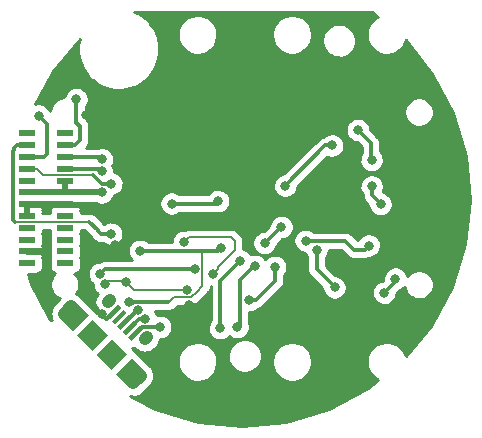
<source format=gbl>
G04 #@! TF.FileFunction,Copper,L2,Bot,Signal*
%FSLAX46Y46*%
G04 Gerber Fmt 4.6, Leading zero omitted, Abs format (unit mm)*
G04 Created by KiCad (PCBNEW 4.1.0-alpha+201605071002+6776~44~ubuntu14.04.1-product) date Sun 26 Jun 2016 16:38:28 BST*
%MOMM*%
%LPD*%
G01*
G04 APERTURE LIST*
%ADD10C,0.100000*%
%ADD11R,1.370000X0.500000*%
%ADD12C,1.000000*%
%ADD13C,0.800000*%
%ADD14C,0.300000*%
%ADD15C,0.500000*%
%ADD16C,0.200000*%
%ADD17C,0.150000*%
%ADD18C,0.254000*%
G04 APERTURE END LIST*
D10*
D11*
X81850000Y-94500000D03*
X85050000Y-94500000D03*
X81850000Y-95500000D03*
X85050000Y-95500000D03*
X81850000Y-96500000D03*
X85050000Y-96500000D03*
X81850000Y-97500000D03*
X85050000Y-97500000D03*
X81850000Y-98500000D03*
X85050000Y-98500000D03*
X81850000Y-99500000D03*
X85050000Y-99500000D03*
X81850000Y-100500000D03*
X85050000Y-100500000D03*
X81850000Y-101500000D03*
X85050000Y-101500000D03*
X81850000Y-102500000D03*
X85050000Y-102500000D03*
X81850000Y-103500000D03*
X85050000Y-103500000D03*
X81850000Y-104500000D03*
X85050000Y-104500000D03*
X81850000Y-105500000D03*
X85050000Y-105500000D03*
D10*
G36*
X90705553Y-110167937D02*
X89750959Y-111122531D01*
X89468117Y-110839689D01*
X90422711Y-109885095D01*
X90705553Y-110167937D01*
X90705553Y-110167937D01*
G37*
G36*
X90245933Y-109708318D02*
X89291339Y-110662912D01*
X89008497Y-110380070D01*
X89963091Y-109425476D01*
X90245933Y-109708318D01*
X90245933Y-109708318D01*
G37*
G36*
X91165172Y-110627557D02*
X90210578Y-111582151D01*
X89927736Y-111299309D01*
X90882330Y-110344715D01*
X91165172Y-110627557D01*
X91165172Y-110627557D01*
G37*
G36*
X91624791Y-111087176D02*
X90670197Y-112041770D01*
X90387355Y-111758928D01*
X91341949Y-110804334D01*
X91624791Y-111087176D01*
X91624791Y-111087176D01*
G37*
G36*
X89786314Y-109248699D02*
X88831720Y-110203293D01*
X88548878Y-109920451D01*
X89503472Y-108965857D01*
X89786314Y-109248699D01*
X89786314Y-109248699D01*
G37*
D12*
X88654944Y-108789079D02*
X88831720Y-108612303D01*
X91801569Y-111935704D02*
X91978345Y-111758928D01*
D10*
G36*
X88690299Y-111546796D02*
X87346796Y-112890299D01*
X86074003Y-111617506D01*
X87417506Y-110274003D01*
X88690299Y-111546796D01*
X88690299Y-111546796D01*
G37*
G36*
X90316645Y-113173142D02*
X88973142Y-114516645D01*
X87700349Y-113243852D01*
X89043852Y-111900349D01*
X90316645Y-113173142D01*
X90316645Y-113173142D01*
G37*
G36*
X87028598Y-109885095D02*
X85685095Y-111228598D01*
X84571402Y-110114905D01*
X85914905Y-108771402D01*
X87028598Y-109885095D01*
X87028598Y-109885095D01*
G37*
D12*
X84924955Y-109761351D02*
X85561351Y-109124955D01*
D10*
G36*
X91819246Y-114675743D02*
X90475743Y-116019246D01*
X89362050Y-114905553D01*
X90705553Y-113562050D01*
X91819246Y-114675743D01*
X91819246Y-114675743D01*
G37*
D12*
X90829297Y-115665693D02*
X91465693Y-115029297D01*
D13*
X103400000Y-116400000D03*
X96400000Y-116400000D03*
X88141139Y-109791139D03*
X95570000Y-109040012D03*
X117000000Y-106750000D03*
X83125000Y-106750000D03*
X86600000Y-106800000D03*
X103750000Y-93450000D03*
X90633583Y-103370021D03*
X89250000Y-103990000D03*
X91350000Y-99625000D03*
X103075000Y-111400000D03*
X86800000Y-92975000D03*
X99350000Y-98240010D03*
X110975000Y-110675000D03*
X110025000Y-99750000D03*
X111775000Y-94325000D03*
X106425000Y-89000000D03*
X98850000Y-90750000D03*
X91300000Y-94240010D03*
X111000000Y-96775010D03*
X109825000Y-94225000D03*
X88122396Y-97687833D03*
X99850000Y-105300000D03*
X98175000Y-111000000D03*
X101100000Y-105725000D03*
X99625000Y-110900010D03*
X98000000Y-100250000D03*
X94051473Y-100448527D03*
X88951088Y-98748912D03*
X90420048Y-108780711D03*
X91375000Y-104450000D03*
X98200000Y-104250000D03*
X88151734Y-96698266D03*
X103675000Y-98925000D03*
X103351777Y-102423223D03*
X101925000Y-103800000D03*
X107646651Y-95529727D03*
X111000000Y-99000000D03*
X111750000Y-100500000D03*
X107850000Y-107550000D03*
X106325000Y-104340010D03*
X110750000Y-104000000D03*
X105400000Y-103600000D03*
X112050011Y-108000000D03*
X113000000Y-106800000D03*
X88159990Y-99500000D03*
X97578219Y-106399990D03*
X95119951Y-103700000D03*
X88925000Y-103000000D03*
X88424981Y-107249644D03*
X86000000Y-91600000D03*
X90175000Y-107069736D03*
X95400390Y-107740001D03*
X88000000Y-106400000D03*
X96000000Y-106000000D03*
X82800000Y-93000000D03*
X93080000Y-110890000D03*
X100625000Y-108625000D03*
X102800000Y-105800000D03*
X91830000Y-110180000D03*
X91174226Y-109473659D03*
D14*
X87957187Y-109607187D02*
X88141139Y-109791139D01*
X88141139Y-109791139D02*
X88540000Y-110190000D01*
X95570000Y-109040012D02*
X96135685Y-109040012D01*
X96135685Y-109040012D02*
X96835673Y-109740000D01*
X88540000Y-110190000D02*
X88562171Y-110190000D01*
X88562171Y-110190000D02*
X89167596Y-109584575D01*
X87957187Y-109587187D02*
X87957187Y-109607187D01*
X87957187Y-109587187D02*
X86600000Y-108230000D01*
X86600000Y-108230000D02*
X86600000Y-106800000D01*
X89167596Y-109584575D02*
X89164984Y-109587187D01*
D15*
X81850000Y-100500000D02*
X85050000Y-100500000D01*
X81850000Y-100500000D02*
X81850000Y-101500000D01*
X81850000Y-104500000D02*
X83035000Y-104500000D01*
X83035000Y-104500000D02*
X83530000Y-104995000D01*
X83530000Y-104995000D02*
X83530000Y-106345000D01*
X83530000Y-106345000D02*
X83125000Y-106750000D01*
D14*
X90475000Y-100500000D02*
X91350000Y-99625000D01*
X110925000Y-95325000D02*
X110925000Y-96700010D01*
X110925000Y-96700010D02*
X111000000Y-96775010D01*
X110925000Y-95325000D02*
X109825000Y-94225000D01*
X85050000Y-97500000D02*
X87934563Y-97500000D01*
X87934563Y-97500000D02*
X88122396Y-97687833D01*
X98175000Y-111000000D02*
X98175000Y-106975000D01*
X98175000Y-106975000D02*
X99850000Y-105300000D01*
X101100000Y-105725000D02*
X100900000Y-105925000D01*
X100900000Y-105925000D02*
X100850000Y-105925000D01*
X100850000Y-105925000D02*
X99825000Y-106950000D01*
X99825000Y-106950000D02*
X99825000Y-110700010D01*
D16*
X99825000Y-110700010D02*
X99625000Y-110900010D01*
D14*
X94051473Y-100448527D02*
X97801473Y-100448527D01*
X97801473Y-100448527D02*
X98000000Y-100250000D01*
D17*
X81850000Y-97500000D02*
X82685000Y-97500000D01*
X82685000Y-97500000D02*
X83194999Y-98009999D01*
X83194999Y-98009999D02*
X87382395Y-98009999D01*
D14*
X88132395Y-98759999D02*
X88940001Y-98759999D01*
X88940001Y-98759999D02*
X88951088Y-98748912D01*
X87382395Y-98009999D02*
X88132395Y-98759999D01*
D16*
X96650001Y-107445271D02*
X96650001Y-104489621D01*
X96172206Y-107930187D02*
X96172206Y-107923066D01*
X96172206Y-107923066D02*
X96650001Y-107445271D01*
X94260002Y-108390002D02*
X93876346Y-108773658D01*
X93876346Y-108773658D02*
X93748018Y-108773658D01*
X95712391Y-108390002D02*
X94260002Y-108390002D01*
X96172206Y-107930187D02*
X95712391Y-108390002D01*
D14*
X90751883Y-108860000D02*
X90838225Y-108773658D01*
X90420048Y-108780711D02*
X90499337Y-108860000D01*
X90838225Y-108773658D02*
X93748018Y-108773658D01*
X90499337Y-108860000D02*
X90751883Y-108860000D01*
X91375000Y-104450000D02*
X96610380Y-104450000D01*
D16*
X96650001Y-104489621D02*
X96610380Y-104450000D01*
D14*
X96610380Y-104450000D02*
X98000000Y-104450000D01*
X98000000Y-104450000D02*
X98200000Y-104250000D01*
X85050000Y-96500000D02*
X87953468Y-96500000D01*
X87953468Y-96500000D02*
X88151734Y-96698266D01*
X103675000Y-98925000D02*
X107070273Y-95529727D01*
X107070273Y-95529727D02*
X107646651Y-95529727D01*
X101925000Y-103800000D02*
X101975000Y-103800000D01*
X101975000Y-103800000D02*
X103351777Y-102423223D01*
X111000000Y-99000000D02*
X111000000Y-99750000D01*
X111000000Y-99750000D02*
X111750000Y-100500000D01*
X106325000Y-104340010D02*
X106325000Y-106025000D01*
X106325000Y-106025000D02*
X107850000Y-107550000D01*
X110750000Y-104000000D02*
X110399999Y-104350001D01*
X110399999Y-104350001D02*
X109551723Y-104350001D01*
X109518468Y-104383256D02*
X108735212Y-103600000D01*
X109551723Y-104350001D02*
X109518468Y-104383256D01*
X108735212Y-103600000D02*
X105400000Y-103600000D01*
X113000000Y-106800000D02*
X113000000Y-107050011D01*
X113000000Y-107050011D02*
X112050011Y-108000000D01*
D15*
X85050000Y-99500000D02*
X88159990Y-99500000D01*
X85050000Y-98500000D02*
X85050000Y-99500000D01*
X81850000Y-99500000D02*
X85050000Y-99500000D01*
D16*
X97578219Y-106399990D02*
X97978218Y-105999991D01*
X97978218Y-105999991D02*
X97978218Y-105821782D01*
X97978218Y-105821782D02*
X99400000Y-104400000D01*
X99400000Y-104400000D02*
X99400000Y-103600000D01*
X99400000Y-103600000D02*
X99100001Y-103300001D01*
X95519950Y-103300001D02*
X95119951Y-103700000D01*
X99100001Y-103300001D02*
X95519950Y-103300001D01*
D14*
X80650000Y-101830000D02*
X80815001Y-101995001D01*
D17*
X87052023Y-101995001D02*
X87067021Y-102009999D01*
X80815001Y-101995001D02*
X87052023Y-101995001D01*
X87052021Y-102024999D02*
X87067021Y-102009999D01*
D14*
X80650000Y-100200000D02*
X80650000Y-101830000D01*
X80650000Y-96020000D02*
X80650000Y-100200000D01*
X80730000Y-95940000D02*
X80650000Y-96020000D01*
X80730000Y-95770000D02*
X80730000Y-95940000D01*
X81000000Y-95500000D02*
X80730000Y-95770000D01*
X81850000Y-95500000D02*
X81000000Y-95500000D01*
X88925000Y-103000000D02*
X88359315Y-103000000D01*
X88359315Y-103000000D02*
X88334315Y-103025000D01*
X88334315Y-103025000D02*
X88075000Y-103025000D01*
X88075000Y-103025000D02*
X87782022Y-102732022D01*
X87782022Y-102732022D02*
X87782022Y-102725000D01*
X87067021Y-102009999D02*
X87782022Y-102725000D01*
X85880000Y-95500000D02*
X86300000Y-95080000D01*
X86300000Y-95080000D02*
X86300000Y-93900000D01*
X85050000Y-95500000D02*
X85880000Y-95500000D01*
D16*
X88424981Y-107249644D02*
X88674625Y-107000000D01*
X88674625Y-107000000D02*
X90105264Y-107000000D01*
X90105264Y-107000000D02*
X90175000Y-107069736D01*
D14*
X86000000Y-92200000D02*
X86000000Y-91600000D01*
X86000000Y-93600000D02*
X86000000Y-92200000D01*
X86300000Y-93900000D02*
X86000000Y-93600000D01*
D16*
X95400390Y-107740001D02*
X90845265Y-107740001D01*
X90845265Y-107740001D02*
X90175000Y-107069736D01*
D14*
X89643089Y-106000000D02*
X88400000Y-106000000D01*
X88400000Y-106000000D02*
X88000000Y-106400000D01*
X96000000Y-106000000D02*
X89643089Y-106000000D01*
X83500000Y-96250000D02*
X83500000Y-93700000D01*
X83500000Y-93700000D02*
X82800000Y-93000000D01*
X81850000Y-96500000D02*
X83150000Y-96500000D01*
X83250000Y-96500000D02*
X83500000Y-96250000D01*
X83150000Y-96500000D02*
X83250000Y-96500000D01*
X93080000Y-110890000D02*
X91539125Y-110890000D01*
X91539125Y-110890000D02*
X91006073Y-111423052D01*
X100625000Y-108625000D02*
X101190685Y-108625000D01*
X101190685Y-108625000D02*
X102800000Y-107015685D01*
X102800000Y-107015685D02*
X102800000Y-106365685D01*
X102800000Y-106365685D02*
X102800000Y-105800000D01*
X91279887Y-110230000D02*
X91319888Y-110189999D01*
X91319888Y-110189999D02*
X91839999Y-110189999D01*
X91839999Y-110189999D02*
X91850000Y-110200000D01*
X90546454Y-110963433D02*
X91279887Y-110230000D01*
X90546454Y-110963433D02*
X90546454Y-110932552D01*
X90086835Y-110503813D02*
X90144072Y-110503813D01*
X90144072Y-110503813D02*
X91174226Y-109473659D01*
D18*
G36*
X111532856Y-84622336D02*
X111465569Y-84649522D01*
X111189064Y-84830462D01*
X110952970Y-85061662D01*
X110766279Y-85334317D01*
X110636102Y-85638042D01*
X110567399Y-85961266D01*
X110562785Y-86291679D01*
X110622437Y-86616696D01*
X110744082Y-86923937D01*
X110923087Y-87201698D01*
X111152634Y-87439401D01*
X111423979Y-87627991D01*
X111726787Y-87760284D01*
X112049524Y-87831243D01*
X112379897Y-87838163D01*
X112705322Y-87780782D01*
X113013405Y-87661284D01*
X113292409Y-87484223D01*
X113531708Y-87256341D01*
X113722188Y-86986319D01*
X113856592Y-86684442D01*
X113870915Y-86621399D01*
X116138043Y-89441665D01*
X117881491Y-92777314D01*
X118943833Y-96388061D01*
X119284613Y-100136397D01*
X118890847Y-103879535D01*
X117777537Y-107474897D01*
X115987082Y-110785550D01*
X113866070Y-113348937D01*
X113744965Y-113055113D01*
X113562100Y-112779878D01*
X113329256Y-112545403D01*
X113055305Y-112360620D01*
X112750679Y-112232568D01*
X112426983Y-112166122D01*
X112096545Y-112163815D01*
X111771953Y-112225735D01*
X111465569Y-112349522D01*
X111189064Y-112530462D01*
X110952970Y-112761662D01*
X110766279Y-113034317D01*
X110636102Y-113338042D01*
X110567399Y-113661266D01*
X110562785Y-113991679D01*
X110622437Y-114316696D01*
X110744082Y-114623937D01*
X110923087Y-114901698D01*
X111152634Y-115139401D01*
X111423979Y-115327991D01*
X111521189Y-115370461D01*
X110670741Y-116063940D01*
X107347351Y-117830629D01*
X103744099Y-118918155D01*
X99998236Y-119285095D01*
X96252444Y-118917472D01*
X92640611Y-117826635D01*
X90510000Y-116762629D01*
X90510000Y-116756505D01*
X90591771Y-116782130D01*
X90811989Y-116806053D01*
X91032659Y-116786748D01*
X91245377Y-116724948D01*
X91442039Y-116623008D01*
X91615156Y-116484809D01*
X91626440Y-116473682D01*
X92273682Y-115826440D01*
X92414283Y-115655270D01*
X92518960Y-115460050D01*
X92583723Y-115248216D01*
X92606109Y-115027836D01*
X92585263Y-114807306D01*
X92521979Y-114595025D01*
X92418668Y-114399078D01*
X92279265Y-114226931D01*
X92240537Y-114194664D01*
X92037552Y-113991679D01*
X94562785Y-113991679D01*
X94622437Y-114316696D01*
X94744082Y-114623937D01*
X94923087Y-114901698D01*
X95152634Y-115139401D01*
X95423979Y-115327991D01*
X95726787Y-115460284D01*
X96049524Y-115531243D01*
X96379897Y-115538163D01*
X96705322Y-115480782D01*
X97013405Y-115361284D01*
X97292409Y-115184223D01*
X97531708Y-114956341D01*
X97722188Y-114686319D01*
X97856592Y-114384442D01*
X97929802Y-114062208D01*
X97935072Y-113684777D01*
X97892576Y-113470154D01*
X98819122Y-113470154D01*
X98869711Y-113745792D01*
X98972875Y-114006353D01*
X99124684Y-114241915D01*
X99319356Y-114443504D01*
X99549475Y-114603441D01*
X99806278Y-114715635D01*
X100079982Y-114775813D01*
X100360162Y-114781682D01*
X100636146Y-114733019D01*
X100897421Y-114631676D01*
X101134037Y-114481516D01*
X101336980Y-114288256D01*
X101498520Y-114059258D01*
X101528608Y-113991679D01*
X102562785Y-113991679D01*
X102622437Y-114316696D01*
X102744082Y-114623937D01*
X102923087Y-114901698D01*
X103152634Y-115139401D01*
X103423979Y-115327991D01*
X103726787Y-115460284D01*
X104049524Y-115531243D01*
X104379897Y-115538163D01*
X104705322Y-115480782D01*
X105013405Y-115361284D01*
X105292409Y-115184223D01*
X105531708Y-114956341D01*
X105722188Y-114686319D01*
X105856592Y-114384442D01*
X105929802Y-114062208D01*
X105935072Y-113684777D01*
X105870888Y-113360625D01*
X105744965Y-113055113D01*
X105562100Y-112779878D01*
X105329256Y-112545403D01*
X105055305Y-112360620D01*
X104750679Y-112232568D01*
X104426983Y-112166122D01*
X104096545Y-112163815D01*
X103771953Y-112225735D01*
X103465569Y-112349522D01*
X103189064Y-112530462D01*
X102952970Y-112761662D01*
X102766279Y-113034317D01*
X102636102Y-113338042D01*
X102567399Y-113661266D01*
X102562785Y-113991679D01*
X101528608Y-113991679D01*
X101612504Y-113803245D01*
X101674591Y-113529968D01*
X101679061Y-113209879D01*
X101624628Y-112934975D01*
X101517837Y-112675879D01*
X101362754Y-112442460D01*
X101165286Y-112243609D01*
X100932955Y-112086900D01*
X100674611Y-111978302D01*
X100400094Y-111921952D01*
X100119859Y-111919996D01*
X99844582Y-111972508D01*
X99584747Y-112077488D01*
X99350251Y-112230938D01*
X99150026Y-112427012D01*
X98991699Y-112658243D01*
X98881300Y-112915823D01*
X98823035Y-113189940D01*
X98819122Y-113470154D01*
X97892576Y-113470154D01*
X97870888Y-113360625D01*
X97744965Y-113055113D01*
X97562100Y-112779878D01*
X97329256Y-112545403D01*
X97055305Y-112360620D01*
X96750679Y-112232568D01*
X96426983Y-112166122D01*
X96096545Y-112163815D01*
X95771953Y-112225735D01*
X95465569Y-112349522D01*
X95189064Y-112530462D01*
X94952970Y-112761662D01*
X94766279Y-113034317D01*
X94636102Y-113338042D01*
X94567399Y-113661266D01*
X94562785Y-113991679D01*
X92037552Y-113991679D01*
X91156738Y-113110865D01*
X91060047Y-113031513D01*
X90949733Y-112972548D01*
X90916291Y-112962404D01*
X90906147Y-112928962D01*
X90847182Y-112818648D01*
X90767830Y-112721957D01*
X90720737Y-112674864D01*
X90794679Y-112667582D01*
X90905664Y-112633915D01*
X90989107Y-112736959D01*
X91159293Y-112878753D01*
X91353777Y-112984789D01*
X91565154Y-113051030D01*
X91785372Y-113074953D01*
X92006042Y-113055648D01*
X92218760Y-112993848D01*
X92415422Y-112891908D01*
X92588539Y-112753709D01*
X92599823Y-112742582D01*
X92785223Y-112557182D01*
X92925824Y-112386012D01*
X93030501Y-112190791D01*
X93095265Y-111978958D01*
X93100674Y-111925705D01*
X93159788Y-111926943D01*
X93359679Y-111891697D01*
X93548916Y-111818296D01*
X93720293Y-111709537D01*
X93867281Y-111569563D01*
X93984282Y-111403703D01*
X94066839Y-111218278D01*
X94111807Y-111020348D01*
X94115044Y-110788513D01*
X94075620Y-110589405D01*
X93998273Y-110401746D01*
X93885948Y-110232684D01*
X93742926Y-110088660D01*
X93574653Y-109975158D01*
X93387539Y-109896503D01*
X93188710Y-109855689D01*
X92985741Y-109854272D01*
X92826653Y-109884620D01*
X92825620Y-109879405D01*
X92748273Y-109691746D01*
X92659849Y-109558658D01*
X93748018Y-109558658D01*
X93900492Y-109543708D01*
X94047158Y-109499427D01*
X94103781Y-109469320D01*
X94149301Y-109456095D01*
X94152733Y-109454316D01*
X94156433Y-109453199D01*
X94216429Y-109421298D01*
X94276655Y-109390080D01*
X94279671Y-109387672D01*
X94283089Y-109385855D01*
X94335744Y-109342910D01*
X94388762Y-109300587D01*
X94394140Y-109295283D01*
X94394252Y-109295192D01*
X94394338Y-109295088D01*
X94396069Y-109293381D01*
X94564448Y-109125002D01*
X95712391Y-109125002D01*
X95779966Y-109118376D01*
X95847595Y-109112459D01*
X95851304Y-109111381D01*
X95855153Y-109111004D01*
X95920165Y-109091376D01*
X95985346Y-109072439D01*
X95988778Y-109070660D01*
X95992478Y-109069543D01*
X96052474Y-109037642D01*
X96112700Y-109006424D01*
X96115716Y-109004016D01*
X96119134Y-109002199D01*
X96171789Y-108959254D01*
X96224807Y-108916931D01*
X96230185Y-108911627D01*
X96230297Y-108911536D01*
X96230383Y-108911432D01*
X96232114Y-108909725D01*
X96691930Y-108449910D01*
X96724687Y-108410031D01*
X97169724Y-107964995D01*
X97212820Y-107912529D01*
X97256459Y-107860522D01*
X97258320Y-107857136D01*
X97260774Y-107854149D01*
X97292866Y-107794298D01*
X97325565Y-107734818D01*
X97326734Y-107731134D01*
X97328560Y-107727728D01*
X97348413Y-107662793D01*
X97368939Y-107598086D01*
X97369370Y-107594246D01*
X97370500Y-107590549D01*
X97377361Y-107523000D01*
X97384929Y-107455533D01*
X97384982Y-107447975D01*
X97384996Y-107447837D01*
X97384984Y-107447709D01*
X97385001Y-107445271D01*
X97385001Y-107417274D01*
X97390000Y-107418374D01*
X97390000Y-110320046D01*
X97378308Y-110331496D01*
X97263634Y-110498972D01*
X97183674Y-110685533D01*
X97141473Y-110884071D01*
X97138639Y-111087026D01*
X97175280Y-111286665D01*
X97250000Y-111475386D01*
X97359953Y-111645999D01*
X97500950Y-111792006D01*
X97667622Y-111907846D01*
X97853620Y-111989106D01*
X98051859Y-112032692D01*
X98254788Y-112036943D01*
X98454679Y-112001697D01*
X98643916Y-111928296D01*
X98815293Y-111819537D01*
X98950114Y-111691150D01*
X98950950Y-111692016D01*
X99117622Y-111807856D01*
X99303620Y-111889116D01*
X99501859Y-111932702D01*
X99704788Y-111936953D01*
X99904679Y-111901707D01*
X100093916Y-111828306D01*
X100265293Y-111719547D01*
X100412281Y-111579573D01*
X100529282Y-111413713D01*
X100611839Y-111228288D01*
X100656807Y-111030358D01*
X100660044Y-110798523D01*
X100620620Y-110599415D01*
X100610000Y-110573649D01*
X100610000Y-109659957D01*
X100704788Y-109661943D01*
X100904679Y-109626697D01*
X101093916Y-109553296D01*
X101265293Y-109444537D01*
X101313659Y-109398479D01*
X101335087Y-109396604D01*
X101339049Y-109395453D01*
X101343159Y-109395050D01*
X101412620Y-109374079D01*
X101482209Y-109353861D01*
X101485871Y-109351963D01*
X101489825Y-109350769D01*
X101553823Y-109316740D01*
X101618227Y-109283357D01*
X101621457Y-109280778D01*
X101625097Y-109278843D01*
X101681294Y-109233010D01*
X101737959Y-109187774D01*
X101743703Y-109182110D01*
X101743823Y-109182013D01*
X101743914Y-109181903D01*
X101745764Y-109180079D01*
X103355079Y-107570764D01*
X103401115Y-107514719D01*
X103447714Y-107459184D01*
X103449702Y-107455568D01*
X103452323Y-107452377D01*
X103486606Y-107388440D01*
X103521521Y-107324929D01*
X103522768Y-107320997D01*
X103524720Y-107317357D01*
X103545911Y-107248044D01*
X103567846Y-107178896D01*
X103568307Y-107174788D01*
X103569512Y-107170846D01*
X103576836Y-107098741D01*
X103584923Y-107026645D01*
X103584980Y-107018576D01*
X103584995Y-107018425D01*
X103584982Y-107018285D01*
X103585000Y-107015685D01*
X103585000Y-106481735D01*
X103587281Y-106479563D01*
X103704282Y-106313703D01*
X103786839Y-106128278D01*
X103831807Y-105930348D01*
X103835044Y-105698513D01*
X103795620Y-105499405D01*
X103718273Y-105311746D01*
X103605948Y-105142684D01*
X103462926Y-104998660D01*
X103294653Y-104885158D01*
X103107539Y-104806503D01*
X102908710Y-104765689D01*
X102705741Y-104764272D01*
X102506363Y-104802306D01*
X102318168Y-104878341D01*
X102148327Y-104989482D01*
X102003308Y-105131496D01*
X101975413Y-105172236D01*
X101905948Y-105067684D01*
X101762926Y-104923660D01*
X101594653Y-104810158D01*
X101407539Y-104731503D01*
X101208710Y-104690689D01*
X101005741Y-104689272D01*
X100806363Y-104727306D01*
X100732104Y-104757308D01*
X100655948Y-104642684D01*
X100512926Y-104498660D01*
X100344653Y-104385158D01*
X100157539Y-104306503D01*
X100135000Y-104301876D01*
X100135000Y-103887026D01*
X100888639Y-103887026D01*
X100925280Y-104086665D01*
X101000000Y-104275386D01*
X101109953Y-104445999D01*
X101250950Y-104592006D01*
X101417622Y-104707846D01*
X101603620Y-104789106D01*
X101801859Y-104832692D01*
X102004788Y-104836943D01*
X102204679Y-104801697D01*
X102393916Y-104728296D01*
X102565293Y-104619537D01*
X102712281Y-104479563D01*
X102829282Y-104313703D01*
X102911839Y-104128278D01*
X102956807Y-103930348D01*
X102956835Y-103928323D01*
X103198132Y-103687026D01*
X104363639Y-103687026D01*
X104400280Y-103886665D01*
X104475000Y-104075386D01*
X104584953Y-104245999D01*
X104725950Y-104392006D01*
X104892622Y-104507846D01*
X105078620Y-104589106D01*
X105276859Y-104632692D01*
X105328087Y-104633765D01*
X105400000Y-104815396D01*
X105509953Y-104986009D01*
X105540000Y-105017124D01*
X105540000Y-106025000D01*
X105547078Y-106097183D01*
X105553396Y-106169402D01*
X105554547Y-106173364D01*
X105554950Y-106177474D01*
X105575921Y-106246935D01*
X105596139Y-106316524D01*
X105598037Y-106320186D01*
X105599231Y-106324140D01*
X105633225Y-106388072D01*
X105666643Y-106452542D01*
X105669222Y-106455772D01*
X105671157Y-106459412D01*
X105716973Y-106515588D01*
X105762226Y-106572274D01*
X105767890Y-106578018D01*
X105767987Y-106578138D01*
X105768097Y-106578229D01*
X105769921Y-106580079D01*
X106813821Y-107623979D01*
X106813639Y-107637026D01*
X106850280Y-107836665D01*
X106925000Y-108025386D01*
X107034953Y-108195999D01*
X107175950Y-108342006D01*
X107342622Y-108457846D01*
X107528620Y-108539106D01*
X107726859Y-108582692D01*
X107929788Y-108586943D01*
X108129679Y-108551697D01*
X108318916Y-108478296D01*
X108490293Y-108369537D01*
X108637281Y-108229563D01*
X108737829Y-108087026D01*
X111013650Y-108087026D01*
X111050291Y-108286665D01*
X111125011Y-108475386D01*
X111234964Y-108645999D01*
X111375961Y-108792006D01*
X111542633Y-108907846D01*
X111728631Y-108989106D01*
X111926870Y-109032692D01*
X112129799Y-109036943D01*
X112329690Y-109001697D01*
X112518927Y-108928296D01*
X112690304Y-108819537D01*
X112837292Y-108679563D01*
X112954293Y-108513703D01*
X113036850Y-108328278D01*
X113081818Y-108130348D01*
X113082554Y-108077615D01*
X113408400Y-107751769D01*
X113468916Y-107728296D01*
X113640293Y-107619537D01*
X113777981Y-107488419D01*
X113807097Y-107647059D01*
X113896256Y-107872248D01*
X114027455Y-108075829D01*
X114195699Y-108250051D01*
X114394578Y-108388275D01*
X114616517Y-108485238D01*
X114853064Y-108537246D01*
X115095206Y-108542319D01*
X115333723Y-108500262D01*
X115559528Y-108412678D01*
X115764021Y-108282902D01*
X115939413Y-108115879D01*
X116079022Y-107917970D01*
X116177532Y-107696713D01*
X116231191Y-107460536D01*
X116235053Y-107183902D01*
X116188011Y-106946318D01*
X116095717Y-106722397D01*
X115961688Y-106520667D01*
X115791028Y-106348812D01*
X115590238Y-106213377D01*
X115366967Y-106119522D01*
X115129717Y-106070822D01*
X114887527Y-106069131D01*
X114649621Y-106114514D01*
X114425061Y-106205243D01*
X114222400Y-106337860D01*
X114049357Y-106507316D01*
X114008889Y-106566418D01*
X113995620Y-106499405D01*
X113918273Y-106311746D01*
X113805948Y-106142684D01*
X113662926Y-105998660D01*
X113494653Y-105885158D01*
X113307539Y-105806503D01*
X113108710Y-105765689D01*
X112905741Y-105764272D01*
X112706363Y-105802306D01*
X112518168Y-105878341D01*
X112348327Y-105989482D01*
X112203308Y-106131496D01*
X112088634Y-106298972D01*
X112008674Y-106485533D01*
X111966473Y-106684071D01*
X111963639Y-106887026D01*
X111977470Y-106962383D01*
X111975444Y-106964409D01*
X111955752Y-106964272D01*
X111756374Y-107002306D01*
X111568179Y-107078341D01*
X111398338Y-107189482D01*
X111253319Y-107331496D01*
X111138645Y-107498972D01*
X111058685Y-107685533D01*
X111016484Y-107884071D01*
X111013650Y-108087026D01*
X108737829Y-108087026D01*
X108754282Y-108063703D01*
X108836839Y-107878278D01*
X108881807Y-107680348D01*
X108885044Y-107448513D01*
X108845620Y-107249405D01*
X108768273Y-107061746D01*
X108655948Y-106892684D01*
X108512926Y-106748660D01*
X108344653Y-106635158D01*
X108157539Y-106556503D01*
X107958710Y-106515689D01*
X107925616Y-106515458D01*
X107110000Y-105699842D01*
X107110000Y-105021745D01*
X107112281Y-105019573D01*
X107229282Y-104853713D01*
X107311839Y-104668288D01*
X107356807Y-104470358D01*
X107357999Y-104385000D01*
X108410054Y-104385000D01*
X108963389Y-104938335D01*
X109020544Y-104985283D01*
X109077233Y-105032514D01*
X109079647Y-105033830D01*
X109081776Y-105035579D01*
X109146938Y-105070519D01*
X109211744Y-105105852D01*
X109214369Y-105106675D01*
X109216796Y-105107976D01*
X109287389Y-105129558D01*
X109357938Y-105151667D01*
X109360680Y-105151965D01*
X109363307Y-105152768D01*
X109436713Y-105160225D01*
X109510248Y-105168213D01*
X109512991Y-105167973D01*
X109515728Y-105168251D01*
X109589249Y-105161301D01*
X109662870Y-105154860D01*
X109665514Y-105154092D01*
X109668253Y-105153833D01*
X109731425Y-105135001D01*
X110399999Y-105135001D01*
X110472182Y-105127923D01*
X110544401Y-105121605D01*
X110548363Y-105120454D01*
X110552473Y-105120051D01*
X110621934Y-105099080D01*
X110691523Y-105078862D01*
X110695185Y-105076964D01*
X110699139Y-105075770D01*
X110763137Y-105041741D01*
X110774624Y-105035787D01*
X110829788Y-105036943D01*
X111029679Y-105001697D01*
X111218916Y-104928296D01*
X111390293Y-104819537D01*
X111537281Y-104679563D01*
X111654282Y-104513703D01*
X111736839Y-104328278D01*
X111781807Y-104130348D01*
X111785044Y-103898513D01*
X111745620Y-103699405D01*
X111668273Y-103511746D01*
X111555948Y-103342684D01*
X111412926Y-103198660D01*
X111244653Y-103085158D01*
X111057539Y-103006503D01*
X110858710Y-102965689D01*
X110655741Y-102964272D01*
X110456363Y-103002306D01*
X110268168Y-103078341D01*
X110098327Y-103189482D01*
X109953308Y-103331496D01*
X109838634Y-103498972D01*
X109810345Y-103564975D01*
X109290291Y-103044921D01*
X109234246Y-102998885D01*
X109178711Y-102952286D01*
X109175095Y-102950298D01*
X109171904Y-102947677D01*
X109107967Y-102913394D01*
X109044456Y-102878479D01*
X109040524Y-102877232D01*
X109036884Y-102875280D01*
X108967571Y-102854089D01*
X108898423Y-102832154D01*
X108894315Y-102831693D01*
X108890373Y-102830488D01*
X108818268Y-102823164D01*
X108746172Y-102815077D01*
X108738103Y-102815020D01*
X108737952Y-102815005D01*
X108737812Y-102815018D01*
X108735212Y-102815000D01*
X106079152Y-102815000D01*
X106062926Y-102798660D01*
X105894653Y-102685158D01*
X105707539Y-102606503D01*
X105508710Y-102565689D01*
X105305741Y-102564272D01*
X105106363Y-102602306D01*
X104918168Y-102678341D01*
X104748327Y-102789482D01*
X104603308Y-102931496D01*
X104488634Y-103098972D01*
X104408674Y-103285533D01*
X104366473Y-103484071D01*
X104363639Y-103687026D01*
X103198132Y-103687026D01*
X103425127Y-103460031D01*
X103431565Y-103460166D01*
X103631456Y-103424920D01*
X103820693Y-103351519D01*
X103992070Y-103242760D01*
X104139058Y-103102786D01*
X104256059Y-102936926D01*
X104338616Y-102751501D01*
X104383584Y-102553571D01*
X104386821Y-102321736D01*
X104347397Y-102122628D01*
X104270050Y-101934969D01*
X104157725Y-101765907D01*
X104014703Y-101621883D01*
X103846430Y-101508381D01*
X103659316Y-101429726D01*
X103460487Y-101388912D01*
X103257518Y-101387495D01*
X103058140Y-101425529D01*
X102869945Y-101501564D01*
X102700104Y-101612705D01*
X102555085Y-101754719D01*
X102440411Y-101922195D01*
X102360451Y-102108756D01*
X102318250Y-102307294D01*
X102317693Y-102347149D01*
X101900086Y-102764756D01*
X101830741Y-102764272D01*
X101631363Y-102802306D01*
X101443168Y-102878341D01*
X101273327Y-102989482D01*
X101128308Y-103131496D01*
X101013634Y-103298972D01*
X100933674Y-103485533D01*
X100891473Y-103684071D01*
X100888639Y-103887026D01*
X100135000Y-103887026D01*
X100135000Y-103600000D01*
X100128379Y-103532475D01*
X100122458Y-103464796D01*
X100121379Y-103461082D01*
X100121002Y-103457238D01*
X100101386Y-103392268D01*
X100082437Y-103327045D01*
X100080658Y-103323613D01*
X100079541Y-103319913D01*
X100047661Y-103259956D01*
X100016423Y-103199691D01*
X100014012Y-103196671D01*
X100012197Y-103193257D01*
X99969275Y-103140629D01*
X99926929Y-103087584D01*
X99921622Y-103082202D01*
X99921534Y-103082094D01*
X99921434Y-103082012D01*
X99919724Y-103080277D01*
X99619724Y-102780278D01*
X99567305Y-102737221D01*
X99515252Y-102693543D01*
X99511863Y-102691680D01*
X99508878Y-102689228D01*
X99449056Y-102657152D01*
X99389548Y-102624437D01*
X99385864Y-102623268D01*
X99382458Y-102621442D01*
X99317523Y-102601589D01*
X99252816Y-102581063D01*
X99248976Y-102580632D01*
X99245279Y-102579502D01*
X99177735Y-102572641D01*
X99110263Y-102565073D01*
X99102703Y-102565020D01*
X99102566Y-102565006D01*
X99102438Y-102565018D01*
X99100001Y-102565001D01*
X95519950Y-102565001D01*
X95452375Y-102571627D01*
X95384746Y-102577544D01*
X95381037Y-102578622D01*
X95377188Y-102578999D01*
X95312176Y-102598627D01*
X95246995Y-102617564D01*
X95243563Y-102619343D01*
X95239863Y-102620460D01*
X95179867Y-102652361D01*
X95155144Y-102665176D01*
X95025692Y-102664272D01*
X94826314Y-102702306D01*
X94638119Y-102778341D01*
X94468278Y-102889482D01*
X94323259Y-103031496D01*
X94208585Y-103198972D01*
X94128625Y-103385533D01*
X94086424Y-103584071D01*
X94085294Y-103665000D01*
X92054152Y-103665000D01*
X92037926Y-103648660D01*
X91869653Y-103535158D01*
X91682539Y-103456503D01*
X91483710Y-103415689D01*
X91280741Y-103414272D01*
X91081363Y-103452306D01*
X90893168Y-103528341D01*
X90723327Y-103639482D01*
X90578308Y-103781496D01*
X90463634Y-103948972D01*
X90383674Y-104135533D01*
X90341473Y-104334071D01*
X90338639Y-104537026D01*
X90375280Y-104736665D01*
X90450000Y-104925386D01*
X90559953Y-105095999D01*
X90674871Y-105215000D01*
X88400000Y-105215000D01*
X88327817Y-105222078D01*
X88255598Y-105228396D01*
X88251636Y-105229547D01*
X88247526Y-105229950D01*
X88178065Y-105250921D01*
X88108476Y-105271139D01*
X88104814Y-105273037D01*
X88100860Y-105274231D01*
X88036822Y-105308281D01*
X87972458Y-105341644D01*
X87969231Y-105344220D01*
X87965588Y-105346157D01*
X87943057Y-105364533D01*
X87905741Y-105364272D01*
X87706363Y-105402306D01*
X87518168Y-105478341D01*
X87348327Y-105589482D01*
X87203308Y-105731496D01*
X87088634Y-105898972D01*
X87008674Y-106085533D01*
X86966473Y-106284071D01*
X86963639Y-106487026D01*
X87000280Y-106686665D01*
X87075000Y-106875386D01*
X87184953Y-107045999D01*
X87325950Y-107192006D01*
X87390018Y-107236535D01*
X87388620Y-107336670D01*
X87425261Y-107536309D01*
X87499981Y-107725030D01*
X87609934Y-107895643D01*
X87750931Y-108041650D01*
X87786189Y-108066155D01*
X87707465Y-108161996D01*
X87602788Y-108357216D01*
X87538024Y-108569049D01*
X87515639Y-108789429D01*
X87536485Y-109009959D01*
X87599769Y-109222241D01*
X87703080Y-109418187D01*
X87842482Y-109590334D01*
X87958320Y-109686847D01*
X87938280Y-109735228D01*
X87913877Y-109857909D01*
X87913877Y-109868004D01*
X87868691Y-109822818D01*
X87772000Y-109743466D01*
X87661686Y-109684501D01*
X87628244Y-109674357D01*
X87618100Y-109640915D01*
X87559135Y-109530601D01*
X87479783Y-109433910D01*
X86402430Y-108356557D01*
X86374923Y-108322589D01*
X86204738Y-108180796D01*
X86010254Y-108074759D01*
X85975994Y-108064023D01*
X86079022Y-107917970D01*
X86177532Y-107696713D01*
X86231191Y-107460536D01*
X86235053Y-107183902D01*
X86188011Y-106946318D01*
X86095717Y-106722397D01*
X85961688Y-106520667D01*
X85821550Y-106379548D01*
X85859482Y-106375812D01*
X85979180Y-106339502D01*
X86089494Y-106280537D01*
X86186185Y-106201185D01*
X86265537Y-106104494D01*
X86324502Y-105994180D01*
X86360812Y-105874482D01*
X86373072Y-105750000D01*
X86373072Y-105250000D01*
X86360812Y-105125518D01*
X86324502Y-105005820D01*
X86321391Y-105000000D01*
X86324502Y-104994180D01*
X86360812Y-104874482D01*
X86373072Y-104750000D01*
X86373072Y-104250000D01*
X86360812Y-104125518D01*
X86324502Y-104005820D01*
X86321391Y-104000000D01*
X86324502Y-103994180D01*
X86360812Y-103874482D01*
X86373072Y-103750000D01*
X86373072Y-103250000D01*
X86360812Y-103125518D01*
X86324502Y-103005820D01*
X86321391Y-103000000D01*
X86324502Y-102994180D01*
X86360812Y-102874482D01*
X86373072Y-102750000D01*
X86373072Y-102705001D01*
X86651865Y-102705001D01*
X87191890Y-103245026D01*
X87219248Y-103279296D01*
X87224912Y-103285040D01*
X87225009Y-103285160D01*
X87225119Y-103285251D01*
X87226943Y-103287101D01*
X87519921Y-103580078D01*
X87575958Y-103626108D01*
X87631501Y-103672714D01*
X87635114Y-103674700D01*
X87638307Y-103677323D01*
X87702284Y-103711627D01*
X87765756Y-103746521D01*
X87769686Y-103747768D01*
X87773327Y-103749720D01*
X87842655Y-103770915D01*
X87911789Y-103792846D01*
X87915897Y-103793307D01*
X87919839Y-103794512D01*
X87991944Y-103801836D01*
X88064040Y-103809923D01*
X88072109Y-103809980D01*
X88072260Y-103809995D01*
X88072400Y-103809982D01*
X88075000Y-103810000D01*
X88276840Y-103810000D01*
X88417622Y-103907846D01*
X88603620Y-103989106D01*
X88801859Y-104032692D01*
X89004788Y-104036943D01*
X89204679Y-104001697D01*
X89393916Y-103928296D01*
X89565293Y-103819537D01*
X89712281Y-103679563D01*
X89829282Y-103513703D01*
X89911839Y-103328278D01*
X89956807Y-103130348D01*
X89960044Y-102898513D01*
X89920620Y-102699405D01*
X89843273Y-102511746D01*
X89730948Y-102342684D01*
X89587926Y-102198660D01*
X89419653Y-102085158D01*
X89232539Y-102006503D01*
X89033710Y-101965689D01*
X88830741Y-101964272D01*
X88631363Y-102002306D01*
X88443168Y-102078341D01*
X88323699Y-102156519D01*
X87622100Y-101454920D01*
X87503713Y-101357676D01*
X87368693Y-101285279D01*
X87222182Y-101240487D01*
X87069761Y-101225004D01*
X86917236Y-101239422D01*
X86770416Y-101283190D01*
X86766981Y-101285001D01*
X86373072Y-101285001D01*
X86373072Y-101250000D01*
X86360812Y-101125518D01*
X86324502Y-101005820D01*
X86319912Y-100997233D01*
X86345597Y-100935223D01*
X86370000Y-100812542D01*
X86370000Y-100783750D01*
X86211250Y-100625000D01*
X85862159Y-100625000D01*
X85859482Y-100624188D01*
X85735000Y-100611928D01*
X84365000Y-100611928D01*
X84240518Y-100624188D01*
X84237841Y-100625000D01*
X83888750Y-100625000D01*
X83730000Y-100783750D01*
X83730000Y-100812542D01*
X83754403Y-100935223D01*
X83780088Y-100997233D01*
X83775498Y-101005820D01*
X83739188Y-101125518D01*
X83726928Y-101250000D01*
X83726928Y-101285001D01*
X83101249Y-101285001D01*
X83170000Y-101216250D01*
X83170000Y-101187458D01*
X83145597Y-101064777D01*
X83118766Y-101000000D01*
X83145597Y-100935223D01*
X83170000Y-100812542D01*
X83170000Y-100783750D01*
X83011250Y-100625000D01*
X82647815Y-100625000D01*
X82597542Y-100615000D01*
X82135750Y-100615000D01*
X82125750Y-100625000D01*
X81977000Y-100625000D01*
X81977000Y-100647000D01*
X81723000Y-100647000D01*
X81723000Y-100625000D01*
X81703000Y-100625000D01*
X81703000Y-100388072D01*
X82535000Y-100388072D01*
X82566192Y-100385000D01*
X84333808Y-100385000D01*
X84365000Y-100388072D01*
X85735000Y-100388072D01*
X85766192Y-100385000D01*
X87619741Y-100385000D01*
X87652612Y-100407846D01*
X87838610Y-100489106D01*
X88036849Y-100532692D01*
X88239778Y-100536943D01*
X88247661Y-100535553D01*
X93015112Y-100535553D01*
X93051753Y-100735192D01*
X93126473Y-100923913D01*
X93236426Y-101094526D01*
X93377423Y-101240533D01*
X93544095Y-101356373D01*
X93730093Y-101437633D01*
X93928332Y-101481219D01*
X94131261Y-101485470D01*
X94331152Y-101450224D01*
X94520389Y-101376823D01*
X94691766Y-101268064D01*
X94728034Y-101233527D01*
X97665850Y-101233527D01*
X97678620Y-101239106D01*
X97876859Y-101282692D01*
X98079788Y-101286943D01*
X98279679Y-101251697D01*
X98468916Y-101178296D01*
X98640293Y-101069537D01*
X98787281Y-100929563D01*
X98904282Y-100763703D01*
X98986839Y-100578278D01*
X99031807Y-100380348D01*
X99035044Y-100148513D01*
X98995620Y-99949405D01*
X98918273Y-99761746D01*
X98805948Y-99592684D01*
X98662926Y-99448660D01*
X98494653Y-99335158D01*
X98307539Y-99256503D01*
X98108710Y-99215689D01*
X97905741Y-99214272D01*
X97706363Y-99252306D01*
X97518168Y-99328341D01*
X97348327Y-99439482D01*
X97203308Y-99581496D01*
X97147140Y-99663527D01*
X94730625Y-99663527D01*
X94714399Y-99647187D01*
X94546126Y-99533685D01*
X94359012Y-99455030D01*
X94160183Y-99414216D01*
X93957214Y-99412799D01*
X93757836Y-99450833D01*
X93569641Y-99526868D01*
X93399800Y-99638009D01*
X93254781Y-99780023D01*
X93140107Y-99947499D01*
X93060147Y-100134060D01*
X93017946Y-100332598D01*
X93015112Y-100535553D01*
X88247661Y-100535553D01*
X88439669Y-100501697D01*
X88628906Y-100428296D01*
X88800283Y-100319537D01*
X88947271Y-100179563D01*
X89064272Y-100013703D01*
X89146829Y-99828278D01*
X89161708Y-99762786D01*
X89230767Y-99750609D01*
X89420004Y-99677208D01*
X89591381Y-99568449D01*
X89738369Y-99428475D01*
X89855370Y-99262615D01*
X89937927Y-99077190D01*
X89952731Y-99012026D01*
X102638639Y-99012026D01*
X102675280Y-99211665D01*
X102750000Y-99400386D01*
X102859953Y-99570999D01*
X103000950Y-99717006D01*
X103167622Y-99832846D01*
X103353620Y-99914106D01*
X103551859Y-99957692D01*
X103754788Y-99961943D01*
X103954679Y-99926697D01*
X104143916Y-99853296D01*
X104315293Y-99744537D01*
X104462281Y-99604563D01*
X104579282Y-99438703D01*
X104661839Y-99253278D01*
X104699610Y-99087026D01*
X109963639Y-99087026D01*
X110000280Y-99286665D01*
X110075000Y-99475386D01*
X110184953Y-99645999D01*
X110215000Y-99677114D01*
X110215000Y-99750000D01*
X110222078Y-99822183D01*
X110228396Y-99894402D01*
X110229547Y-99898364D01*
X110229950Y-99902474D01*
X110250921Y-99971935D01*
X110271139Y-100041524D01*
X110273037Y-100045186D01*
X110274231Y-100049140D01*
X110308260Y-100113138D01*
X110341643Y-100177542D01*
X110344222Y-100180772D01*
X110346157Y-100184412D01*
X110391990Y-100240609D01*
X110437226Y-100297274D01*
X110442890Y-100303018D01*
X110442987Y-100303138D01*
X110443097Y-100303229D01*
X110444921Y-100305079D01*
X110713821Y-100573979D01*
X110713639Y-100587026D01*
X110750280Y-100786665D01*
X110825000Y-100975386D01*
X110934953Y-101145999D01*
X111075950Y-101292006D01*
X111242622Y-101407846D01*
X111428620Y-101489106D01*
X111626859Y-101532692D01*
X111829788Y-101536943D01*
X112029679Y-101501697D01*
X112218916Y-101428296D01*
X112390293Y-101319537D01*
X112537281Y-101179563D01*
X112654282Y-101013703D01*
X112736839Y-100828278D01*
X112781807Y-100630348D01*
X112785044Y-100398513D01*
X112745620Y-100199405D01*
X112668273Y-100011746D01*
X112555948Y-99842684D01*
X112412926Y-99698660D01*
X112244653Y-99585158D01*
X112057539Y-99506503D01*
X111920053Y-99478281D01*
X111986839Y-99328278D01*
X112031807Y-99130348D01*
X112035044Y-98898513D01*
X111995620Y-98699405D01*
X111918273Y-98511746D01*
X111805948Y-98342684D01*
X111662926Y-98198660D01*
X111494653Y-98085158D01*
X111307539Y-98006503D01*
X111108710Y-97965689D01*
X110905741Y-97964272D01*
X110706363Y-98002306D01*
X110518168Y-98078341D01*
X110348327Y-98189482D01*
X110203308Y-98331496D01*
X110088634Y-98498972D01*
X110008674Y-98685533D01*
X109966473Y-98884071D01*
X109963639Y-99087026D01*
X104699610Y-99087026D01*
X104706807Y-99055348D01*
X104707543Y-99002615D01*
X107232051Y-96478107D01*
X107325271Y-96518833D01*
X107523510Y-96562419D01*
X107726439Y-96566670D01*
X107926330Y-96531424D01*
X108115567Y-96458023D01*
X108286944Y-96349264D01*
X108433932Y-96209290D01*
X108550933Y-96043430D01*
X108633490Y-95858005D01*
X108678458Y-95660075D01*
X108681695Y-95428240D01*
X108642271Y-95229132D01*
X108564924Y-95041473D01*
X108452599Y-94872411D01*
X108309577Y-94728387D01*
X108141304Y-94614885D01*
X107954190Y-94536230D01*
X107755361Y-94495416D01*
X107552392Y-94493999D01*
X107353014Y-94532033D01*
X107164819Y-94608068D01*
X106994978Y-94719209D01*
X106958122Y-94755301D01*
X106925871Y-94758123D01*
X106921909Y-94759274D01*
X106917799Y-94759677D01*
X106848338Y-94780648D01*
X106778749Y-94800866D01*
X106775087Y-94802764D01*
X106771133Y-94803958D01*
X106707135Y-94837987D01*
X106642731Y-94871370D01*
X106639501Y-94873949D01*
X106635861Y-94875884D01*
X106579689Y-94921697D01*
X106522998Y-94966953D01*
X106517253Y-94972618D01*
X106517135Y-94972714D01*
X106517045Y-94972823D01*
X106515194Y-94974648D01*
X103600433Y-97889409D01*
X103580741Y-97889272D01*
X103381363Y-97927306D01*
X103193168Y-98003341D01*
X103023327Y-98114482D01*
X102878308Y-98256496D01*
X102763634Y-98423972D01*
X102683674Y-98610533D01*
X102641473Y-98809071D01*
X102638639Y-99012026D01*
X89952731Y-99012026D01*
X89982895Y-98879260D01*
X89986132Y-98647425D01*
X89946708Y-98448317D01*
X89869361Y-98260658D01*
X89757036Y-98091596D01*
X89614014Y-97947572D01*
X89445741Y-97834070D01*
X89258627Y-97755415D01*
X89155375Y-97734220D01*
X89157440Y-97586346D01*
X89118016Y-97387238D01*
X89049552Y-97221132D01*
X89056016Y-97211969D01*
X89138573Y-97026544D01*
X89183541Y-96828614D01*
X89186778Y-96596779D01*
X89147354Y-96397671D01*
X89070007Y-96210012D01*
X88957682Y-96040950D01*
X88814660Y-95896926D01*
X88646387Y-95783424D01*
X88459273Y-95704769D01*
X88260444Y-95663955D01*
X88057475Y-95662538D01*
X87858097Y-95700572D01*
X87822386Y-95715000D01*
X86775158Y-95715000D01*
X86855079Y-95635079D01*
X86901115Y-95579034D01*
X86947714Y-95523499D01*
X86949702Y-95519883D01*
X86952323Y-95516692D01*
X86986606Y-95452755D01*
X87021521Y-95389244D01*
X87022768Y-95385312D01*
X87024720Y-95381672D01*
X87045924Y-95312317D01*
X87067846Y-95243211D01*
X87068306Y-95239108D01*
X87069513Y-95235161D01*
X87076847Y-95162962D01*
X87084923Y-95090960D01*
X87084980Y-95082901D01*
X87084996Y-95082740D01*
X87084982Y-95082590D01*
X87085000Y-95080000D01*
X87085000Y-94312026D01*
X108788639Y-94312026D01*
X108825280Y-94511665D01*
X108900000Y-94700386D01*
X109009953Y-94870999D01*
X109150950Y-95017006D01*
X109317622Y-95132846D01*
X109503620Y-95214106D01*
X109701859Y-95257692D01*
X109748511Y-95258669D01*
X110140000Y-95650158D01*
X110140000Y-96198964D01*
X110088634Y-96273982D01*
X110008674Y-96460543D01*
X109966473Y-96659081D01*
X109963639Y-96862036D01*
X110000280Y-97061675D01*
X110075000Y-97250396D01*
X110184953Y-97421009D01*
X110325950Y-97567016D01*
X110492622Y-97682856D01*
X110678620Y-97764116D01*
X110876859Y-97807702D01*
X111079788Y-97811953D01*
X111279679Y-97776707D01*
X111468916Y-97703306D01*
X111640293Y-97594547D01*
X111787281Y-97454573D01*
X111904282Y-97288713D01*
X111986839Y-97103288D01*
X112031807Y-96905358D01*
X112035044Y-96673523D01*
X111995620Y-96474415D01*
X111918273Y-96286756D01*
X111805948Y-96117694D01*
X111710000Y-96021074D01*
X111710000Y-95325000D01*
X111702922Y-95252817D01*
X111696604Y-95180598D01*
X111695453Y-95176636D01*
X111695050Y-95172526D01*
X111674079Y-95103065D01*
X111653861Y-95033476D01*
X111651963Y-95029814D01*
X111650769Y-95025860D01*
X111616729Y-94961841D01*
X111583357Y-94897459D01*
X111580780Y-94894231D01*
X111578843Y-94890588D01*
X111532993Y-94834369D01*
X111487774Y-94777726D01*
X111482110Y-94771982D01*
X111482013Y-94771862D01*
X111481903Y-94771771D01*
X111480079Y-94769921D01*
X110859681Y-94149523D01*
X110860044Y-94123513D01*
X110820620Y-93924405D01*
X110743273Y-93736746D01*
X110630948Y-93567684D01*
X110487926Y-93423660D01*
X110319653Y-93310158D01*
X110132539Y-93231503D01*
X109933710Y-93190689D01*
X109730741Y-93189272D01*
X109531363Y-93227306D01*
X109343168Y-93303341D01*
X109173327Y-93414482D01*
X109028308Y-93556496D01*
X108913634Y-93723972D01*
X108833674Y-93910533D01*
X108791473Y-94109071D01*
X108788639Y-94312026D01*
X87085000Y-94312026D01*
X87085000Y-93900000D01*
X87077922Y-93827817D01*
X87071604Y-93755598D01*
X87070453Y-93751636D01*
X87070050Y-93747526D01*
X87049079Y-93678065D01*
X87028861Y-93608476D01*
X87026963Y-93604814D01*
X87025769Y-93600860D01*
X86991740Y-93536862D01*
X86958357Y-93472458D01*
X86955778Y-93469228D01*
X86953843Y-93465588D01*
X86908030Y-93409416D01*
X86862774Y-93352725D01*
X86857109Y-93346980D01*
X86857013Y-93346862D01*
X86856904Y-93346772D01*
X86855079Y-93344921D01*
X86785000Y-93274842D01*
X86785000Y-92798842D01*
X113763376Y-92798842D01*
X113807097Y-93037059D01*
X113896256Y-93262248D01*
X114027455Y-93465829D01*
X114195699Y-93640051D01*
X114394578Y-93778275D01*
X114616517Y-93875238D01*
X114853064Y-93927246D01*
X115095206Y-93932319D01*
X115333723Y-93890262D01*
X115559528Y-93802678D01*
X115764021Y-93672902D01*
X115939413Y-93505879D01*
X116079022Y-93307970D01*
X116177532Y-93086713D01*
X116231191Y-92850536D01*
X116235053Y-92573902D01*
X116188011Y-92336318D01*
X116095717Y-92112397D01*
X115961688Y-91910667D01*
X115791028Y-91738812D01*
X115590238Y-91603377D01*
X115366967Y-91509522D01*
X115129717Y-91460822D01*
X114887527Y-91459131D01*
X114649621Y-91504514D01*
X114425061Y-91595243D01*
X114222400Y-91727860D01*
X114049357Y-91897316D01*
X113912524Y-92097155D01*
X113817113Y-92319766D01*
X113766758Y-92556670D01*
X113763376Y-92798842D01*
X86785000Y-92798842D01*
X86785000Y-92281735D01*
X86787281Y-92279563D01*
X86904282Y-92113703D01*
X86986839Y-91928278D01*
X87031807Y-91730348D01*
X87035044Y-91498513D01*
X86995620Y-91299405D01*
X86918273Y-91111746D01*
X86805948Y-90942684D01*
X86662926Y-90798660D01*
X86494653Y-90685158D01*
X86307539Y-90606503D01*
X86108710Y-90565689D01*
X85905741Y-90564272D01*
X85706363Y-90602306D01*
X85518168Y-90678341D01*
X85348327Y-90789482D01*
X85203308Y-90931496D01*
X85088634Y-91098972D01*
X85008674Y-91285533D01*
X84971649Y-91459718D01*
X84887527Y-91459131D01*
X84649621Y-91504514D01*
X84425061Y-91595243D01*
X84222400Y-91727860D01*
X84049357Y-91897316D01*
X83912524Y-92097155D01*
X83817113Y-92319766D01*
X83766758Y-92556670D01*
X83765776Y-92626997D01*
X83718273Y-92511746D01*
X83605948Y-92342684D01*
X83462926Y-92198660D01*
X83294653Y-92085158D01*
X83107539Y-92006503D01*
X82908710Y-91965689D01*
X82705741Y-91964272D01*
X82511566Y-92001313D01*
X83980631Y-89264708D01*
X86266652Y-86484412D01*
X86157879Y-86996148D01*
X86154519Y-87236749D01*
X86146331Y-87275272D01*
X86143771Y-87458617D01*
X86150880Y-87497351D01*
X86148495Y-87668152D01*
X86269817Y-88329180D01*
X86517222Y-88954054D01*
X86881287Y-89518973D01*
X86927492Y-89566820D01*
X86944372Y-89609454D01*
X87043701Y-89763583D01*
X87171076Y-89895484D01*
X87321644Y-90000131D01*
X87384133Y-90027432D01*
X87900015Y-90385979D01*
X88515875Y-90655041D01*
X89172266Y-90799358D01*
X89431826Y-90804795D01*
X89468757Y-90812915D01*
X89652079Y-90816755D01*
X89689317Y-90810189D01*
X89844188Y-90813433D01*
X90506047Y-90696729D01*
X91132634Y-90453692D01*
X91700081Y-90093580D01*
X91761769Y-90034835D01*
X91803610Y-90018606D01*
X91958429Y-89920355D01*
X92091215Y-89793904D01*
X92196911Y-89644070D01*
X92231111Y-89567257D01*
X92574177Y-89080929D01*
X92847532Y-88466963D01*
X92996428Y-87811595D01*
X93000070Y-87550774D01*
X93012116Y-87497754D01*
X93015040Y-87288319D01*
X93004480Y-87234985D01*
X93007147Y-87043965D01*
X92876608Y-86384695D01*
X92838270Y-86291679D01*
X94562785Y-86291679D01*
X94622437Y-86616696D01*
X94744082Y-86923937D01*
X94923087Y-87201698D01*
X95152634Y-87439401D01*
X95423979Y-87627991D01*
X95726787Y-87760284D01*
X96049524Y-87831243D01*
X96379897Y-87838163D01*
X96705322Y-87780782D01*
X97013405Y-87661284D01*
X97292409Y-87484223D01*
X97531708Y-87256341D01*
X97722188Y-86986319D01*
X97856592Y-86684442D01*
X97929802Y-86362208D01*
X97930786Y-86291679D01*
X102562785Y-86291679D01*
X102622437Y-86616696D01*
X102744082Y-86923937D01*
X102923087Y-87201698D01*
X103152634Y-87439401D01*
X103423979Y-87627991D01*
X103726787Y-87760284D01*
X104049524Y-87831243D01*
X104379897Y-87838163D01*
X104705322Y-87780782D01*
X105013405Y-87661284D01*
X105292409Y-87484223D01*
X105531708Y-87256341D01*
X105722188Y-86986319D01*
X105818430Y-86770154D01*
X106819122Y-86770154D01*
X106869711Y-87045792D01*
X106972875Y-87306353D01*
X107124684Y-87541915D01*
X107319356Y-87743504D01*
X107549475Y-87903441D01*
X107806278Y-88015635D01*
X108079982Y-88075813D01*
X108360162Y-88081682D01*
X108636146Y-88033019D01*
X108897421Y-87931676D01*
X109134037Y-87781516D01*
X109336980Y-87588256D01*
X109498520Y-87359258D01*
X109612504Y-87103245D01*
X109674591Y-86829968D01*
X109679061Y-86509879D01*
X109624628Y-86234975D01*
X109517837Y-85975879D01*
X109362754Y-85742460D01*
X109165286Y-85543609D01*
X108932955Y-85386900D01*
X108674611Y-85278302D01*
X108400094Y-85221952D01*
X108119859Y-85219996D01*
X107844582Y-85272508D01*
X107584747Y-85377488D01*
X107350251Y-85530938D01*
X107150026Y-85727012D01*
X106991699Y-85958243D01*
X106881300Y-86215823D01*
X106823035Y-86489940D01*
X106819122Y-86770154D01*
X105818430Y-86770154D01*
X105856592Y-86684442D01*
X105929802Y-86362208D01*
X105935072Y-85984777D01*
X105870888Y-85660625D01*
X105744965Y-85355113D01*
X105562100Y-85079878D01*
X105329256Y-84845403D01*
X105055305Y-84660620D01*
X104750679Y-84532568D01*
X104426983Y-84466122D01*
X104096545Y-84463815D01*
X103771953Y-84525735D01*
X103465569Y-84649522D01*
X103189064Y-84830462D01*
X102952970Y-85061662D01*
X102766279Y-85334317D01*
X102636102Y-85638042D01*
X102567399Y-85961266D01*
X102562785Y-86291679D01*
X97930786Y-86291679D01*
X97935072Y-85984777D01*
X97870888Y-85660625D01*
X97744965Y-85355113D01*
X97562100Y-85079878D01*
X97329256Y-84845403D01*
X97055305Y-84660620D01*
X96750679Y-84532568D01*
X96426983Y-84466122D01*
X96096545Y-84463815D01*
X95771953Y-84525735D01*
X95465569Y-84649522D01*
X95189064Y-84830462D01*
X94952970Y-85061662D01*
X94766279Y-85334317D01*
X94636102Y-85638042D01*
X94567399Y-85961266D01*
X94562785Y-86291679D01*
X92838270Y-86291679D01*
X92620502Y-85763336D01*
X92248585Y-85203555D01*
X92227396Y-85182218D01*
X92209550Y-85138920D01*
X92108079Y-84986193D01*
X91978875Y-84856084D01*
X91826860Y-84753549D01*
X91783689Y-84735401D01*
X91775022Y-84726674D01*
X91217851Y-84350858D01*
X90882763Y-84210000D01*
X111041544Y-84210000D01*
X111532856Y-84622336D01*
X111532856Y-84622336D01*
G37*
X111532856Y-84622336D02*
X111465569Y-84649522D01*
X111189064Y-84830462D01*
X110952970Y-85061662D01*
X110766279Y-85334317D01*
X110636102Y-85638042D01*
X110567399Y-85961266D01*
X110562785Y-86291679D01*
X110622437Y-86616696D01*
X110744082Y-86923937D01*
X110923087Y-87201698D01*
X111152634Y-87439401D01*
X111423979Y-87627991D01*
X111726787Y-87760284D01*
X112049524Y-87831243D01*
X112379897Y-87838163D01*
X112705322Y-87780782D01*
X113013405Y-87661284D01*
X113292409Y-87484223D01*
X113531708Y-87256341D01*
X113722188Y-86986319D01*
X113856592Y-86684442D01*
X113870915Y-86621399D01*
X116138043Y-89441665D01*
X117881491Y-92777314D01*
X118943833Y-96388061D01*
X119284613Y-100136397D01*
X118890847Y-103879535D01*
X117777537Y-107474897D01*
X115987082Y-110785550D01*
X113866070Y-113348937D01*
X113744965Y-113055113D01*
X113562100Y-112779878D01*
X113329256Y-112545403D01*
X113055305Y-112360620D01*
X112750679Y-112232568D01*
X112426983Y-112166122D01*
X112096545Y-112163815D01*
X111771953Y-112225735D01*
X111465569Y-112349522D01*
X111189064Y-112530462D01*
X110952970Y-112761662D01*
X110766279Y-113034317D01*
X110636102Y-113338042D01*
X110567399Y-113661266D01*
X110562785Y-113991679D01*
X110622437Y-114316696D01*
X110744082Y-114623937D01*
X110923087Y-114901698D01*
X111152634Y-115139401D01*
X111423979Y-115327991D01*
X111521189Y-115370461D01*
X110670741Y-116063940D01*
X107347351Y-117830629D01*
X103744099Y-118918155D01*
X99998236Y-119285095D01*
X96252444Y-118917472D01*
X92640611Y-117826635D01*
X90510000Y-116762629D01*
X90510000Y-116756505D01*
X90591771Y-116782130D01*
X90811989Y-116806053D01*
X91032659Y-116786748D01*
X91245377Y-116724948D01*
X91442039Y-116623008D01*
X91615156Y-116484809D01*
X91626440Y-116473682D01*
X92273682Y-115826440D01*
X92414283Y-115655270D01*
X92518960Y-115460050D01*
X92583723Y-115248216D01*
X92606109Y-115027836D01*
X92585263Y-114807306D01*
X92521979Y-114595025D01*
X92418668Y-114399078D01*
X92279265Y-114226931D01*
X92240537Y-114194664D01*
X92037552Y-113991679D01*
X94562785Y-113991679D01*
X94622437Y-114316696D01*
X94744082Y-114623937D01*
X94923087Y-114901698D01*
X95152634Y-115139401D01*
X95423979Y-115327991D01*
X95726787Y-115460284D01*
X96049524Y-115531243D01*
X96379897Y-115538163D01*
X96705322Y-115480782D01*
X97013405Y-115361284D01*
X97292409Y-115184223D01*
X97531708Y-114956341D01*
X97722188Y-114686319D01*
X97856592Y-114384442D01*
X97929802Y-114062208D01*
X97935072Y-113684777D01*
X97892576Y-113470154D01*
X98819122Y-113470154D01*
X98869711Y-113745792D01*
X98972875Y-114006353D01*
X99124684Y-114241915D01*
X99319356Y-114443504D01*
X99549475Y-114603441D01*
X99806278Y-114715635D01*
X100079982Y-114775813D01*
X100360162Y-114781682D01*
X100636146Y-114733019D01*
X100897421Y-114631676D01*
X101134037Y-114481516D01*
X101336980Y-114288256D01*
X101498520Y-114059258D01*
X101528608Y-113991679D01*
X102562785Y-113991679D01*
X102622437Y-114316696D01*
X102744082Y-114623937D01*
X102923087Y-114901698D01*
X103152634Y-115139401D01*
X103423979Y-115327991D01*
X103726787Y-115460284D01*
X104049524Y-115531243D01*
X104379897Y-115538163D01*
X104705322Y-115480782D01*
X105013405Y-115361284D01*
X105292409Y-115184223D01*
X105531708Y-114956341D01*
X105722188Y-114686319D01*
X105856592Y-114384442D01*
X105929802Y-114062208D01*
X105935072Y-113684777D01*
X105870888Y-113360625D01*
X105744965Y-113055113D01*
X105562100Y-112779878D01*
X105329256Y-112545403D01*
X105055305Y-112360620D01*
X104750679Y-112232568D01*
X104426983Y-112166122D01*
X104096545Y-112163815D01*
X103771953Y-112225735D01*
X103465569Y-112349522D01*
X103189064Y-112530462D01*
X102952970Y-112761662D01*
X102766279Y-113034317D01*
X102636102Y-113338042D01*
X102567399Y-113661266D01*
X102562785Y-113991679D01*
X101528608Y-113991679D01*
X101612504Y-113803245D01*
X101674591Y-113529968D01*
X101679061Y-113209879D01*
X101624628Y-112934975D01*
X101517837Y-112675879D01*
X101362754Y-112442460D01*
X101165286Y-112243609D01*
X100932955Y-112086900D01*
X100674611Y-111978302D01*
X100400094Y-111921952D01*
X100119859Y-111919996D01*
X99844582Y-111972508D01*
X99584747Y-112077488D01*
X99350251Y-112230938D01*
X99150026Y-112427012D01*
X98991699Y-112658243D01*
X98881300Y-112915823D01*
X98823035Y-113189940D01*
X98819122Y-113470154D01*
X97892576Y-113470154D01*
X97870888Y-113360625D01*
X97744965Y-113055113D01*
X97562100Y-112779878D01*
X97329256Y-112545403D01*
X97055305Y-112360620D01*
X96750679Y-112232568D01*
X96426983Y-112166122D01*
X96096545Y-112163815D01*
X95771953Y-112225735D01*
X95465569Y-112349522D01*
X95189064Y-112530462D01*
X94952970Y-112761662D01*
X94766279Y-113034317D01*
X94636102Y-113338042D01*
X94567399Y-113661266D01*
X94562785Y-113991679D01*
X92037552Y-113991679D01*
X91156738Y-113110865D01*
X91060047Y-113031513D01*
X90949733Y-112972548D01*
X90916291Y-112962404D01*
X90906147Y-112928962D01*
X90847182Y-112818648D01*
X90767830Y-112721957D01*
X90720737Y-112674864D01*
X90794679Y-112667582D01*
X90905664Y-112633915D01*
X90989107Y-112736959D01*
X91159293Y-112878753D01*
X91353777Y-112984789D01*
X91565154Y-113051030D01*
X91785372Y-113074953D01*
X92006042Y-113055648D01*
X92218760Y-112993848D01*
X92415422Y-112891908D01*
X92588539Y-112753709D01*
X92599823Y-112742582D01*
X92785223Y-112557182D01*
X92925824Y-112386012D01*
X93030501Y-112190791D01*
X93095265Y-111978958D01*
X93100674Y-111925705D01*
X93159788Y-111926943D01*
X93359679Y-111891697D01*
X93548916Y-111818296D01*
X93720293Y-111709537D01*
X93867281Y-111569563D01*
X93984282Y-111403703D01*
X94066839Y-111218278D01*
X94111807Y-111020348D01*
X94115044Y-110788513D01*
X94075620Y-110589405D01*
X93998273Y-110401746D01*
X93885948Y-110232684D01*
X93742926Y-110088660D01*
X93574653Y-109975158D01*
X93387539Y-109896503D01*
X93188710Y-109855689D01*
X92985741Y-109854272D01*
X92826653Y-109884620D01*
X92825620Y-109879405D01*
X92748273Y-109691746D01*
X92659849Y-109558658D01*
X93748018Y-109558658D01*
X93900492Y-109543708D01*
X94047158Y-109499427D01*
X94103781Y-109469320D01*
X94149301Y-109456095D01*
X94152733Y-109454316D01*
X94156433Y-109453199D01*
X94216429Y-109421298D01*
X94276655Y-109390080D01*
X94279671Y-109387672D01*
X94283089Y-109385855D01*
X94335744Y-109342910D01*
X94388762Y-109300587D01*
X94394140Y-109295283D01*
X94394252Y-109295192D01*
X94394338Y-109295088D01*
X94396069Y-109293381D01*
X94564448Y-109125002D01*
X95712391Y-109125002D01*
X95779966Y-109118376D01*
X95847595Y-109112459D01*
X95851304Y-109111381D01*
X95855153Y-109111004D01*
X95920165Y-109091376D01*
X95985346Y-109072439D01*
X95988778Y-109070660D01*
X95992478Y-109069543D01*
X96052474Y-109037642D01*
X96112700Y-109006424D01*
X96115716Y-109004016D01*
X96119134Y-109002199D01*
X96171789Y-108959254D01*
X96224807Y-108916931D01*
X96230185Y-108911627D01*
X96230297Y-108911536D01*
X96230383Y-108911432D01*
X96232114Y-108909725D01*
X96691930Y-108449910D01*
X96724687Y-108410031D01*
X97169724Y-107964995D01*
X97212820Y-107912529D01*
X97256459Y-107860522D01*
X97258320Y-107857136D01*
X97260774Y-107854149D01*
X97292866Y-107794298D01*
X97325565Y-107734818D01*
X97326734Y-107731134D01*
X97328560Y-107727728D01*
X97348413Y-107662793D01*
X97368939Y-107598086D01*
X97369370Y-107594246D01*
X97370500Y-107590549D01*
X97377361Y-107523000D01*
X97384929Y-107455533D01*
X97384982Y-107447975D01*
X97384996Y-107447837D01*
X97384984Y-107447709D01*
X97385001Y-107445271D01*
X97385001Y-107417274D01*
X97390000Y-107418374D01*
X97390000Y-110320046D01*
X97378308Y-110331496D01*
X97263634Y-110498972D01*
X97183674Y-110685533D01*
X97141473Y-110884071D01*
X97138639Y-111087026D01*
X97175280Y-111286665D01*
X97250000Y-111475386D01*
X97359953Y-111645999D01*
X97500950Y-111792006D01*
X97667622Y-111907846D01*
X97853620Y-111989106D01*
X98051859Y-112032692D01*
X98254788Y-112036943D01*
X98454679Y-112001697D01*
X98643916Y-111928296D01*
X98815293Y-111819537D01*
X98950114Y-111691150D01*
X98950950Y-111692016D01*
X99117622Y-111807856D01*
X99303620Y-111889116D01*
X99501859Y-111932702D01*
X99704788Y-111936953D01*
X99904679Y-111901707D01*
X100093916Y-111828306D01*
X100265293Y-111719547D01*
X100412281Y-111579573D01*
X100529282Y-111413713D01*
X100611839Y-111228288D01*
X100656807Y-111030358D01*
X100660044Y-110798523D01*
X100620620Y-110599415D01*
X100610000Y-110573649D01*
X100610000Y-109659957D01*
X100704788Y-109661943D01*
X100904679Y-109626697D01*
X101093916Y-109553296D01*
X101265293Y-109444537D01*
X101313659Y-109398479D01*
X101335087Y-109396604D01*
X101339049Y-109395453D01*
X101343159Y-109395050D01*
X101412620Y-109374079D01*
X101482209Y-109353861D01*
X101485871Y-109351963D01*
X101489825Y-109350769D01*
X101553823Y-109316740D01*
X101618227Y-109283357D01*
X101621457Y-109280778D01*
X101625097Y-109278843D01*
X101681294Y-109233010D01*
X101737959Y-109187774D01*
X101743703Y-109182110D01*
X101743823Y-109182013D01*
X101743914Y-109181903D01*
X101745764Y-109180079D01*
X103355079Y-107570764D01*
X103401115Y-107514719D01*
X103447714Y-107459184D01*
X103449702Y-107455568D01*
X103452323Y-107452377D01*
X103486606Y-107388440D01*
X103521521Y-107324929D01*
X103522768Y-107320997D01*
X103524720Y-107317357D01*
X103545911Y-107248044D01*
X103567846Y-107178896D01*
X103568307Y-107174788D01*
X103569512Y-107170846D01*
X103576836Y-107098741D01*
X103584923Y-107026645D01*
X103584980Y-107018576D01*
X103584995Y-107018425D01*
X103584982Y-107018285D01*
X103585000Y-107015685D01*
X103585000Y-106481735D01*
X103587281Y-106479563D01*
X103704282Y-106313703D01*
X103786839Y-106128278D01*
X103831807Y-105930348D01*
X103835044Y-105698513D01*
X103795620Y-105499405D01*
X103718273Y-105311746D01*
X103605948Y-105142684D01*
X103462926Y-104998660D01*
X103294653Y-104885158D01*
X103107539Y-104806503D01*
X102908710Y-104765689D01*
X102705741Y-104764272D01*
X102506363Y-104802306D01*
X102318168Y-104878341D01*
X102148327Y-104989482D01*
X102003308Y-105131496D01*
X101975413Y-105172236D01*
X101905948Y-105067684D01*
X101762926Y-104923660D01*
X101594653Y-104810158D01*
X101407539Y-104731503D01*
X101208710Y-104690689D01*
X101005741Y-104689272D01*
X100806363Y-104727306D01*
X100732104Y-104757308D01*
X100655948Y-104642684D01*
X100512926Y-104498660D01*
X100344653Y-104385158D01*
X100157539Y-104306503D01*
X100135000Y-104301876D01*
X100135000Y-103887026D01*
X100888639Y-103887026D01*
X100925280Y-104086665D01*
X101000000Y-104275386D01*
X101109953Y-104445999D01*
X101250950Y-104592006D01*
X101417622Y-104707846D01*
X101603620Y-104789106D01*
X101801859Y-104832692D01*
X102004788Y-104836943D01*
X102204679Y-104801697D01*
X102393916Y-104728296D01*
X102565293Y-104619537D01*
X102712281Y-104479563D01*
X102829282Y-104313703D01*
X102911839Y-104128278D01*
X102956807Y-103930348D01*
X102956835Y-103928323D01*
X103198132Y-103687026D01*
X104363639Y-103687026D01*
X104400280Y-103886665D01*
X104475000Y-104075386D01*
X104584953Y-104245999D01*
X104725950Y-104392006D01*
X104892622Y-104507846D01*
X105078620Y-104589106D01*
X105276859Y-104632692D01*
X105328087Y-104633765D01*
X105400000Y-104815396D01*
X105509953Y-104986009D01*
X105540000Y-105017124D01*
X105540000Y-106025000D01*
X105547078Y-106097183D01*
X105553396Y-106169402D01*
X105554547Y-106173364D01*
X105554950Y-106177474D01*
X105575921Y-106246935D01*
X105596139Y-106316524D01*
X105598037Y-106320186D01*
X105599231Y-106324140D01*
X105633225Y-106388072D01*
X105666643Y-106452542D01*
X105669222Y-106455772D01*
X105671157Y-106459412D01*
X105716973Y-106515588D01*
X105762226Y-106572274D01*
X105767890Y-106578018D01*
X105767987Y-106578138D01*
X105768097Y-106578229D01*
X105769921Y-106580079D01*
X106813821Y-107623979D01*
X106813639Y-107637026D01*
X106850280Y-107836665D01*
X106925000Y-108025386D01*
X107034953Y-108195999D01*
X107175950Y-108342006D01*
X107342622Y-108457846D01*
X107528620Y-108539106D01*
X107726859Y-108582692D01*
X107929788Y-108586943D01*
X108129679Y-108551697D01*
X108318916Y-108478296D01*
X108490293Y-108369537D01*
X108637281Y-108229563D01*
X108737829Y-108087026D01*
X111013650Y-108087026D01*
X111050291Y-108286665D01*
X111125011Y-108475386D01*
X111234964Y-108645999D01*
X111375961Y-108792006D01*
X111542633Y-108907846D01*
X111728631Y-108989106D01*
X111926870Y-109032692D01*
X112129799Y-109036943D01*
X112329690Y-109001697D01*
X112518927Y-108928296D01*
X112690304Y-108819537D01*
X112837292Y-108679563D01*
X112954293Y-108513703D01*
X113036850Y-108328278D01*
X113081818Y-108130348D01*
X113082554Y-108077615D01*
X113408400Y-107751769D01*
X113468916Y-107728296D01*
X113640293Y-107619537D01*
X113777981Y-107488419D01*
X113807097Y-107647059D01*
X113896256Y-107872248D01*
X114027455Y-108075829D01*
X114195699Y-108250051D01*
X114394578Y-108388275D01*
X114616517Y-108485238D01*
X114853064Y-108537246D01*
X115095206Y-108542319D01*
X115333723Y-108500262D01*
X115559528Y-108412678D01*
X115764021Y-108282902D01*
X115939413Y-108115879D01*
X116079022Y-107917970D01*
X116177532Y-107696713D01*
X116231191Y-107460536D01*
X116235053Y-107183902D01*
X116188011Y-106946318D01*
X116095717Y-106722397D01*
X115961688Y-106520667D01*
X115791028Y-106348812D01*
X115590238Y-106213377D01*
X115366967Y-106119522D01*
X115129717Y-106070822D01*
X114887527Y-106069131D01*
X114649621Y-106114514D01*
X114425061Y-106205243D01*
X114222400Y-106337860D01*
X114049357Y-106507316D01*
X114008889Y-106566418D01*
X113995620Y-106499405D01*
X113918273Y-106311746D01*
X113805948Y-106142684D01*
X113662926Y-105998660D01*
X113494653Y-105885158D01*
X113307539Y-105806503D01*
X113108710Y-105765689D01*
X112905741Y-105764272D01*
X112706363Y-105802306D01*
X112518168Y-105878341D01*
X112348327Y-105989482D01*
X112203308Y-106131496D01*
X112088634Y-106298972D01*
X112008674Y-106485533D01*
X111966473Y-106684071D01*
X111963639Y-106887026D01*
X111977470Y-106962383D01*
X111975444Y-106964409D01*
X111955752Y-106964272D01*
X111756374Y-107002306D01*
X111568179Y-107078341D01*
X111398338Y-107189482D01*
X111253319Y-107331496D01*
X111138645Y-107498972D01*
X111058685Y-107685533D01*
X111016484Y-107884071D01*
X111013650Y-108087026D01*
X108737829Y-108087026D01*
X108754282Y-108063703D01*
X108836839Y-107878278D01*
X108881807Y-107680348D01*
X108885044Y-107448513D01*
X108845620Y-107249405D01*
X108768273Y-107061746D01*
X108655948Y-106892684D01*
X108512926Y-106748660D01*
X108344653Y-106635158D01*
X108157539Y-106556503D01*
X107958710Y-106515689D01*
X107925616Y-106515458D01*
X107110000Y-105699842D01*
X107110000Y-105021745D01*
X107112281Y-105019573D01*
X107229282Y-104853713D01*
X107311839Y-104668288D01*
X107356807Y-104470358D01*
X107357999Y-104385000D01*
X108410054Y-104385000D01*
X108963389Y-104938335D01*
X109020544Y-104985283D01*
X109077233Y-105032514D01*
X109079647Y-105033830D01*
X109081776Y-105035579D01*
X109146938Y-105070519D01*
X109211744Y-105105852D01*
X109214369Y-105106675D01*
X109216796Y-105107976D01*
X109287389Y-105129558D01*
X109357938Y-105151667D01*
X109360680Y-105151965D01*
X109363307Y-105152768D01*
X109436713Y-105160225D01*
X109510248Y-105168213D01*
X109512991Y-105167973D01*
X109515728Y-105168251D01*
X109589249Y-105161301D01*
X109662870Y-105154860D01*
X109665514Y-105154092D01*
X109668253Y-105153833D01*
X109731425Y-105135001D01*
X110399999Y-105135001D01*
X110472182Y-105127923D01*
X110544401Y-105121605D01*
X110548363Y-105120454D01*
X110552473Y-105120051D01*
X110621934Y-105099080D01*
X110691523Y-105078862D01*
X110695185Y-105076964D01*
X110699139Y-105075770D01*
X110763137Y-105041741D01*
X110774624Y-105035787D01*
X110829788Y-105036943D01*
X111029679Y-105001697D01*
X111218916Y-104928296D01*
X111390293Y-104819537D01*
X111537281Y-104679563D01*
X111654282Y-104513703D01*
X111736839Y-104328278D01*
X111781807Y-104130348D01*
X111785044Y-103898513D01*
X111745620Y-103699405D01*
X111668273Y-103511746D01*
X111555948Y-103342684D01*
X111412926Y-103198660D01*
X111244653Y-103085158D01*
X111057539Y-103006503D01*
X110858710Y-102965689D01*
X110655741Y-102964272D01*
X110456363Y-103002306D01*
X110268168Y-103078341D01*
X110098327Y-103189482D01*
X109953308Y-103331496D01*
X109838634Y-103498972D01*
X109810345Y-103564975D01*
X109290291Y-103044921D01*
X109234246Y-102998885D01*
X109178711Y-102952286D01*
X109175095Y-102950298D01*
X109171904Y-102947677D01*
X109107967Y-102913394D01*
X109044456Y-102878479D01*
X109040524Y-102877232D01*
X109036884Y-102875280D01*
X108967571Y-102854089D01*
X108898423Y-102832154D01*
X108894315Y-102831693D01*
X108890373Y-102830488D01*
X108818268Y-102823164D01*
X108746172Y-102815077D01*
X108738103Y-102815020D01*
X108737952Y-102815005D01*
X108737812Y-102815018D01*
X108735212Y-102815000D01*
X106079152Y-102815000D01*
X106062926Y-102798660D01*
X105894653Y-102685158D01*
X105707539Y-102606503D01*
X105508710Y-102565689D01*
X105305741Y-102564272D01*
X105106363Y-102602306D01*
X104918168Y-102678341D01*
X104748327Y-102789482D01*
X104603308Y-102931496D01*
X104488634Y-103098972D01*
X104408674Y-103285533D01*
X104366473Y-103484071D01*
X104363639Y-103687026D01*
X103198132Y-103687026D01*
X103425127Y-103460031D01*
X103431565Y-103460166D01*
X103631456Y-103424920D01*
X103820693Y-103351519D01*
X103992070Y-103242760D01*
X104139058Y-103102786D01*
X104256059Y-102936926D01*
X104338616Y-102751501D01*
X104383584Y-102553571D01*
X104386821Y-102321736D01*
X104347397Y-102122628D01*
X104270050Y-101934969D01*
X104157725Y-101765907D01*
X104014703Y-101621883D01*
X103846430Y-101508381D01*
X103659316Y-101429726D01*
X103460487Y-101388912D01*
X103257518Y-101387495D01*
X103058140Y-101425529D01*
X102869945Y-101501564D01*
X102700104Y-101612705D01*
X102555085Y-101754719D01*
X102440411Y-101922195D01*
X102360451Y-102108756D01*
X102318250Y-102307294D01*
X102317693Y-102347149D01*
X101900086Y-102764756D01*
X101830741Y-102764272D01*
X101631363Y-102802306D01*
X101443168Y-102878341D01*
X101273327Y-102989482D01*
X101128308Y-103131496D01*
X101013634Y-103298972D01*
X100933674Y-103485533D01*
X100891473Y-103684071D01*
X100888639Y-103887026D01*
X100135000Y-103887026D01*
X100135000Y-103600000D01*
X100128379Y-103532475D01*
X100122458Y-103464796D01*
X100121379Y-103461082D01*
X100121002Y-103457238D01*
X100101386Y-103392268D01*
X100082437Y-103327045D01*
X100080658Y-103323613D01*
X100079541Y-103319913D01*
X100047661Y-103259956D01*
X100016423Y-103199691D01*
X100014012Y-103196671D01*
X100012197Y-103193257D01*
X99969275Y-103140629D01*
X99926929Y-103087584D01*
X99921622Y-103082202D01*
X99921534Y-103082094D01*
X99921434Y-103082012D01*
X99919724Y-103080277D01*
X99619724Y-102780278D01*
X99567305Y-102737221D01*
X99515252Y-102693543D01*
X99511863Y-102691680D01*
X99508878Y-102689228D01*
X99449056Y-102657152D01*
X99389548Y-102624437D01*
X99385864Y-102623268D01*
X99382458Y-102621442D01*
X99317523Y-102601589D01*
X99252816Y-102581063D01*
X99248976Y-102580632D01*
X99245279Y-102579502D01*
X99177735Y-102572641D01*
X99110263Y-102565073D01*
X99102703Y-102565020D01*
X99102566Y-102565006D01*
X99102438Y-102565018D01*
X99100001Y-102565001D01*
X95519950Y-102565001D01*
X95452375Y-102571627D01*
X95384746Y-102577544D01*
X95381037Y-102578622D01*
X95377188Y-102578999D01*
X95312176Y-102598627D01*
X95246995Y-102617564D01*
X95243563Y-102619343D01*
X95239863Y-102620460D01*
X95179867Y-102652361D01*
X95155144Y-102665176D01*
X95025692Y-102664272D01*
X94826314Y-102702306D01*
X94638119Y-102778341D01*
X94468278Y-102889482D01*
X94323259Y-103031496D01*
X94208585Y-103198972D01*
X94128625Y-103385533D01*
X94086424Y-103584071D01*
X94085294Y-103665000D01*
X92054152Y-103665000D01*
X92037926Y-103648660D01*
X91869653Y-103535158D01*
X91682539Y-103456503D01*
X91483710Y-103415689D01*
X91280741Y-103414272D01*
X91081363Y-103452306D01*
X90893168Y-103528341D01*
X90723327Y-103639482D01*
X90578308Y-103781496D01*
X90463634Y-103948972D01*
X90383674Y-104135533D01*
X90341473Y-104334071D01*
X90338639Y-104537026D01*
X90375280Y-104736665D01*
X90450000Y-104925386D01*
X90559953Y-105095999D01*
X90674871Y-105215000D01*
X88400000Y-105215000D01*
X88327817Y-105222078D01*
X88255598Y-105228396D01*
X88251636Y-105229547D01*
X88247526Y-105229950D01*
X88178065Y-105250921D01*
X88108476Y-105271139D01*
X88104814Y-105273037D01*
X88100860Y-105274231D01*
X88036822Y-105308281D01*
X87972458Y-105341644D01*
X87969231Y-105344220D01*
X87965588Y-105346157D01*
X87943057Y-105364533D01*
X87905741Y-105364272D01*
X87706363Y-105402306D01*
X87518168Y-105478341D01*
X87348327Y-105589482D01*
X87203308Y-105731496D01*
X87088634Y-105898972D01*
X87008674Y-106085533D01*
X86966473Y-106284071D01*
X86963639Y-106487026D01*
X87000280Y-106686665D01*
X87075000Y-106875386D01*
X87184953Y-107045999D01*
X87325950Y-107192006D01*
X87390018Y-107236535D01*
X87388620Y-107336670D01*
X87425261Y-107536309D01*
X87499981Y-107725030D01*
X87609934Y-107895643D01*
X87750931Y-108041650D01*
X87786189Y-108066155D01*
X87707465Y-108161996D01*
X87602788Y-108357216D01*
X87538024Y-108569049D01*
X87515639Y-108789429D01*
X87536485Y-109009959D01*
X87599769Y-109222241D01*
X87703080Y-109418187D01*
X87842482Y-109590334D01*
X87958320Y-109686847D01*
X87938280Y-109735228D01*
X87913877Y-109857909D01*
X87913877Y-109868004D01*
X87868691Y-109822818D01*
X87772000Y-109743466D01*
X87661686Y-109684501D01*
X87628244Y-109674357D01*
X87618100Y-109640915D01*
X87559135Y-109530601D01*
X87479783Y-109433910D01*
X86402430Y-108356557D01*
X86374923Y-108322589D01*
X86204738Y-108180796D01*
X86010254Y-108074759D01*
X85975994Y-108064023D01*
X86079022Y-107917970D01*
X86177532Y-107696713D01*
X86231191Y-107460536D01*
X86235053Y-107183902D01*
X86188011Y-106946318D01*
X86095717Y-106722397D01*
X85961688Y-106520667D01*
X85821550Y-106379548D01*
X85859482Y-106375812D01*
X85979180Y-106339502D01*
X86089494Y-106280537D01*
X86186185Y-106201185D01*
X86265537Y-106104494D01*
X86324502Y-105994180D01*
X86360812Y-105874482D01*
X86373072Y-105750000D01*
X86373072Y-105250000D01*
X86360812Y-105125518D01*
X86324502Y-105005820D01*
X86321391Y-105000000D01*
X86324502Y-104994180D01*
X86360812Y-104874482D01*
X86373072Y-104750000D01*
X86373072Y-104250000D01*
X86360812Y-104125518D01*
X86324502Y-104005820D01*
X86321391Y-104000000D01*
X86324502Y-103994180D01*
X86360812Y-103874482D01*
X86373072Y-103750000D01*
X86373072Y-103250000D01*
X86360812Y-103125518D01*
X86324502Y-103005820D01*
X86321391Y-103000000D01*
X86324502Y-102994180D01*
X86360812Y-102874482D01*
X86373072Y-102750000D01*
X86373072Y-102705001D01*
X86651865Y-102705001D01*
X87191890Y-103245026D01*
X87219248Y-103279296D01*
X87224912Y-103285040D01*
X87225009Y-103285160D01*
X87225119Y-103285251D01*
X87226943Y-103287101D01*
X87519921Y-103580078D01*
X87575958Y-103626108D01*
X87631501Y-103672714D01*
X87635114Y-103674700D01*
X87638307Y-103677323D01*
X87702284Y-103711627D01*
X87765756Y-103746521D01*
X87769686Y-103747768D01*
X87773327Y-103749720D01*
X87842655Y-103770915D01*
X87911789Y-103792846D01*
X87915897Y-103793307D01*
X87919839Y-103794512D01*
X87991944Y-103801836D01*
X88064040Y-103809923D01*
X88072109Y-103809980D01*
X88072260Y-103809995D01*
X88072400Y-103809982D01*
X88075000Y-103810000D01*
X88276840Y-103810000D01*
X88417622Y-103907846D01*
X88603620Y-103989106D01*
X88801859Y-104032692D01*
X89004788Y-104036943D01*
X89204679Y-104001697D01*
X89393916Y-103928296D01*
X89565293Y-103819537D01*
X89712281Y-103679563D01*
X89829282Y-103513703D01*
X89911839Y-103328278D01*
X89956807Y-103130348D01*
X89960044Y-102898513D01*
X89920620Y-102699405D01*
X89843273Y-102511746D01*
X89730948Y-102342684D01*
X89587926Y-102198660D01*
X89419653Y-102085158D01*
X89232539Y-102006503D01*
X89033710Y-101965689D01*
X88830741Y-101964272D01*
X88631363Y-102002306D01*
X88443168Y-102078341D01*
X88323699Y-102156519D01*
X87622100Y-101454920D01*
X87503713Y-101357676D01*
X87368693Y-101285279D01*
X87222182Y-101240487D01*
X87069761Y-101225004D01*
X86917236Y-101239422D01*
X86770416Y-101283190D01*
X86766981Y-101285001D01*
X86373072Y-101285001D01*
X86373072Y-101250000D01*
X86360812Y-101125518D01*
X86324502Y-101005820D01*
X86319912Y-100997233D01*
X86345597Y-100935223D01*
X86370000Y-100812542D01*
X86370000Y-100783750D01*
X86211250Y-100625000D01*
X85862159Y-100625000D01*
X85859482Y-100624188D01*
X85735000Y-100611928D01*
X84365000Y-100611928D01*
X84240518Y-100624188D01*
X84237841Y-100625000D01*
X83888750Y-100625000D01*
X83730000Y-100783750D01*
X83730000Y-100812542D01*
X83754403Y-100935223D01*
X83780088Y-100997233D01*
X83775498Y-101005820D01*
X83739188Y-101125518D01*
X83726928Y-101250000D01*
X83726928Y-101285001D01*
X83101249Y-101285001D01*
X83170000Y-101216250D01*
X83170000Y-101187458D01*
X83145597Y-101064777D01*
X83118766Y-101000000D01*
X83145597Y-100935223D01*
X83170000Y-100812542D01*
X83170000Y-100783750D01*
X83011250Y-100625000D01*
X82647815Y-100625000D01*
X82597542Y-100615000D01*
X82135750Y-100615000D01*
X82125750Y-100625000D01*
X81977000Y-100625000D01*
X81977000Y-100647000D01*
X81723000Y-100647000D01*
X81723000Y-100625000D01*
X81703000Y-100625000D01*
X81703000Y-100388072D01*
X82535000Y-100388072D01*
X82566192Y-100385000D01*
X84333808Y-100385000D01*
X84365000Y-100388072D01*
X85735000Y-100388072D01*
X85766192Y-100385000D01*
X87619741Y-100385000D01*
X87652612Y-100407846D01*
X87838610Y-100489106D01*
X88036849Y-100532692D01*
X88239778Y-100536943D01*
X88247661Y-100535553D01*
X93015112Y-100535553D01*
X93051753Y-100735192D01*
X93126473Y-100923913D01*
X93236426Y-101094526D01*
X93377423Y-101240533D01*
X93544095Y-101356373D01*
X93730093Y-101437633D01*
X93928332Y-101481219D01*
X94131261Y-101485470D01*
X94331152Y-101450224D01*
X94520389Y-101376823D01*
X94691766Y-101268064D01*
X94728034Y-101233527D01*
X97665850Y-101233527D01*
X97678620Y-101239106D01*
X97876859Y-101282692D01*
X98079788Y-101286943D01*
X98279679Y-101251697D01*
X98468916Y-101178296D01*
X98640293Y-101069537D01*
X98787281Y-100929563D01*
X98904282Y-100763703D01*
X98986839Y-100578278D01*
X99031807Y-100380348D01*
X99035044Y-100148513D01*
X98995620Y-99949405D01*
X98918273Y-99761746D01*
X98805948Y-99592684D01*
X98662926Y-99448660D01*
X98494653Y-99335158D01*
X98307539Y-99256503D01*
X98108710Y-99215689D01*
X97905741Y-99214272D01*
X97706363Y-99252306D01*
X97518168Y-99328341D01*
X97348327Y-99439482D01*
X97203308Y-99581496D01*
X97147140Y-99663527D01*
X94730625Y-99663527D01*
X94714399Y-99647187D01*
X94546126Y-99533685D01*
X94359012Y-99455030D01*
X94160183Y-99414216D01*
X93957214Y-99412799D01*
X93757836Y-99450833D01*
X93569641Y-99526868D01*
X93399800Y-99638009D01*
X93254781Y-99780023D01*
X93140107Y-99947499D01*
X93060147Y-100134060D01*
X93017946Y-100332598D01*
X93015112Y-100535553D01*
X88247661Y-100535553D01*
X88439669Y-100501697D01*
X88628906Y-100428296D01*
X88800283Y-100319537D01*
X88947271Y-100179563D01*
X89064272Y-100013703D01*
X89146829Y-99828278D01*
X89161708Y-99762786D01*
X89230767Y-99750609D01*
X89420004Y-99677208D01*
X89591381Y-99568449D01*
X89738369Y-99428475D01*
X89855370Y-99262615D01*
X89937927Y-99077190D01*
X89952731Y-99012026D01*
X102638639Y-99012026D01*
X102675280Y-99211665D01*
X102750000Y-99400386D01*
X102859953Y-99570999D01*
X103000950Y-99717006D01*
X103167622Y-99832846D01*
X103353620Y-99914106D01*
X103551859Y-99957692D01*
X103754788Y-99961943D01*
X103954679Y-99926697D01*
X104143916Y-99853296D01*
X104315293Y-99744537D01*
X104462281Y-99604563D01*
X104579282Y-99438703D01*
X104661839Y-99253278D01*
X104699610Y-99087026D01*
X109963639Y-99087026D01*
X110000280Y-99286665D01*
X110075000Y-99475386D01*
X110184953Y-99645999D01*
X110215000Y-99677114D01*
X110215000Y-99750000D01*
X110222078Y-99822183D01*
X110228396Y-99894402D01*
X110229547Y-99898364D01*
X110229950Y-99902474D01*
X110250921Y-99971935D01*
X110271139Y-100041524D01*
X110273037Y-100045186D01*
X110274231Y-100049140D01*
X110308260Y-100113138D01*
X110341643Y-100177542D01*
X110344222Y-100180772D01*
X110346157Y-100184412D01*
X110391990Y-100240609D01*
X110437226Y-100297274D01*
X110442890Y-100303018D01*
X110442987Y-100303138D01*
X110443097Y-100303229D01*
X110444921Y-100305079D01*
X110713821Y-100573979D01*
X110713639Y-100587026D01*
X110750280Y-100786665D01*
X110825000Y-100975386D01*
X110934953Y-101145999D01*
X111075950Y-101292006D01*
X111242622Y-101407846D01*
X111428620Y-101489106D01*
X111626859Y-101532692D01*
X111829788Y-101536943D01*
X112029679Y-101501697D01*
X112218916Y-101428296D01*
X112390293Y-101319537D01*
X112537281Y-101179563D01*
X112654282Y-101013703D01*
X112736839Y-100828278D01*
X112781807Y-100630348D01*
X112785044Y-100398513D01*
X112745620Y-100199405D01*
X112668273Y-100011746D01*
X112555948Y-99842684D01*
X112412926Y-99698660D01*
X112244653Y-99585158D01*
X112057539Y-99506503D01*
X111920053Y-99478281D01*
X111986839Y-99328278D01*
X112031807Y-99130348D01*
X112035044Y-98898513D01*
X111995620Y-98699405D01*
X111918273Y-98511746D01*
X111805948Y-98342684D01*
X111662926Y-98198660D01*
X111494653Y-98085158D01*
X111307539Y-98006503D01*
X111108710Y-97965689D01*
X110905741Y-97964272D01*
X110706363Y-98002306D01*
X110518168Y-98078341D01*
X110348327Y-98189482D01*
X110203308Y-98331496D01*
X110088634Y-98498972D01*
X110008674Y-98685533D01*
X109966473Y-98884071D01*
X109963639Y-99087026D01*
X104699610Y-99087026D01*
X104706807Y-99055348D01*
X104707543Y-99002615D01*
X107232051Y-96478107D01*
X107325271Y-96518833D01*
X107523510Y-96562419D01*
X107726439Y-96566670D01*
X107926330Y-96531424D01*
X108115567Y-96458023D01*
X108286944Y-96349264D01*
X108433932Y-96209290D01*
X108550933Y-96043430D01*
X108633490Y-95858005D01*
X108678458Y-95660075D01*
X108681695Y-95428240D01*
X108642271Y-95229132D01*
X108564924Y-95041473D01*
X108452599Y-94872411D01*
X108309577Y-94728387D01*
X108141304Y-94614885D01*
X107954190Y-94536230D01*
X107755361Y-94495416D01*
X107552392Y-94493999D01*
X107353014Y-94532033D01*
X107164819Y-94608068D01*
X106994978Y-94719209D01*
X106958122Y-94755301D01*
X106925871Y-94758123D01*
X106921909Y-94759274D01*
X106917799Y-94759677D01*
X106848338Y-94780648D01*
X106778749Y-94800866D01*
X106775087Y-94802764D01*
X106771133Y-94803958D01*
X106707135Y-94837987D01*
X106642731Y-94871370D01*
X106639501Y-94873949D01*
X106635861Y-94875884D01*
X106579689Y-94921697D01*
X106522998Y-94966953D01*
X106517253Y-94972618D01*
X106517135Y-94972714D01*
X106517045Y-94972823D01*
X106515194Y-94974648D01*
X103600433Y-97889409D01*
X103580741Y-97889272D01*
X103381363Y-97927306D01*
X103193168Y-98003341D01*
X103023327Y-98114482D01*
X102878308Y-98256496D01*
X102763634Y-98423972D01*
X102683674Y-98610533D01*
X102641473Y-98809071D01*
X102638639Y-99012026D01*
X89952731Y-99012026D01*
X89982895Y-98879260D01*
X89986132Y-98647425D01*
X89946708Y-98448317D01*
X89869361Y-98260658D01*
X89757036Y-98091596D01*
X89614014Y-97947572D01*
X89445741Y-97834070D01*
X89258627Y-97755415D01*
X89155375Y-97734220D01*
X89157440Y-97586346D01*
X89118016Y-97387238D01*
X89049552Y-97221132D01*
X89056016Y-97211969D01*
X89138573Y-97026544D01*
X89183541Y-96828614D01*
X89186778Y-96596779D01*
X89147354Y-96397671D01*
X89070007Y-96210012D01*
X88957682Y-96040950D01*
X88814660Y-95896926D01*
X88646387Y-95783424D01*
X88459273Y-95704769D01*
X88260444Y-95663955D01*
X88057475Y-95662538D01*
X87858097Y-95700572D01*
X87822386Y-95715000D01*
X86775158Y-95715000D01*
X86855079Y-95635079D01*
X86901115Y-95579034D01*
X86947714Y-95523499D01*
X86949702Y-95519883D01*
X86952323Y-95516692D01*
X86986606Y-95452755D01*
X87021521Y-95389244D01*
X87022768Y-95385312D01*
X87024720Y-95381672D01*
X87045924Y-95312317D01*
X87067846Y-95243211D01*
X87068306Y-95239108D01*
X87069513Y-95235161D01*
X87076847Y-95162962D01*
X87084923Y-95090960D01*
X87084980Y-95082901D01*
X87084996Y-95082740D01*
X87084982Y-95082590D01*
X87085000Y-95080000D01*
X87085000Y-94312026D01*
X108788639Y-94312026D01*
X108825280Y-94511665D01*
X108900000Y-94700386D01*
X109009953Y-94870999D01*
X109150950Y-95017006D01*
X109317622Y-95132846D01*
X109503620Y-95214106D01*
X109701859Y-95257692D01*
X109748511Y-95258669D01*
X110140000Y-95650158D01*
X110140000Y-96198964D01*
X110088634Y-96273982D01*
X110008674Y-96460543D01*
X109966473Y-96659081D01*
X109963639Y-96862036D01*
X110000280Y-97061675D01*
X110075000Y-97250396D01*
X110184953Y-97421009D01*
X110325950Y-97567016D01*
X110492622Y-97682856D01*
X110678620Y-97764116D01*
X110876859Y-97807702D01*
X111079788Y-97811953D01*
X111279679Y-97776707D01*
X111468916Y-97703306D01*
X111640293Y-97594547D01*
X111787281Y-97454573D01*
X111904282Y-97288713D01*
X111986839Y-97103288D01*
X112031807Y-96905358D01*
X112035044Y-96673523D01*
X111995620Y-96474415D01*
X111918273Y-96286756D01*
X111805948Y-96117694D01*
X111710000Y-96021074D01*
X111710000Y-95325000D01*
X111702922Y-95252817D01*
X111696604Y-95180598D01*
X111695453Y-95176636D01*
X111695050Y-95172526D01*
X111674079Y-95103065D01*
X111653861Y-95033476D01*
X111651963Y-95029814D01*
X111650769Y-95025860D01*
X111616729Y-94961841D01*
X111583357Y-94897459D01*
X111580780Y-94894231D01*
X111578843Y-94890588D01*
X111532993Y-94834369D01*
X111487774Y-94777726D01*
X111482110Y-94771982D01*
X111482013Y-94771862D01*
X111481903Y-94771771D01*
X111480079Y-94769921D01*
X110859681Y-94149523D01*
X110860044Y-94123513D01*
X110820620Y-93924405D01*
X110743273Y-93736746D01*
X110630948Y-93567684D01*
X110487926Y-93423660D01*
X110319653Y-93310158D01*
X110132539Y-93231503D01*
X109933710Y-93190689D01*
X109730741Y-93189272D01*
X109531363Y-93227306D01*
X109343168Y-93303341D01*
X109173327Y-93414482D01*
X109028308Y-93556496D01*
X108913634Y-93723972D01*
X108833674Y-93910533D01*
X108791473Y-94109071D01*
X108788639Y-94312026D01*
X87085000Y-94312026D01*
X87085000Y-93900000D01*
X87077922Y-93827817D01*
X87071604Y-93755598D01*
X87070453Y-93751636D01*
X87070050Y-93747526D01*
X87049079Y-93678065D01*
X87028861Y-93608476D01*
X87026963Y-93604814D01*
X87025769Y-93600860D01*
X86991740Y-93536862D01*
X86958357Y-93472458D01*
X86955778Y-93469228D01*
X86953843Y-93465588D01*
X86908030Y-93409416D01*
X86862774Y-93352725D01*
X86857109Y-93346980D01*
X86857013Y-93346862D01*
X86856904Y-93346772D01*
X86855079Y-93344921D01*
X86785000Y-93274842D01*
X86785000Y-92798842D01*
X113763376Y-92798842D01*
X113807097Y-93037059D01*
X113896256Y-93262248D01*
X114027455Y-93465829D01*
X114195699Y-93640051D01*
X114394578Y-93778275D01*
X114616517Y-93875238D01*
X114853064Y-93927246D01*
X115095206Y-93932319D01*
X115333723Y-93890262D01*
X115559528Y-93802678D01*
X115764021Y-93672902D01*
X115939413Y-93505879D01*
X116079022Y-93307970D01*
X116177532Y-93086713D01*
X116231191Y-92850536D01*
X116235053Y-92573902D01*
X116188011Y-92336318D01*
X116095717Y-92112397D01*
X115961688Y-91910667D01*
X115791028Y-91738812D01*
X115590238Y-91603377D01*
X115366967Y-91509522D01*
X115129717Y-91460822D01*
X114887527Y-91459131D01*
X114649621Y-91504514D01*
X114425061Y-91595243D01*
X114222400Y-91727860D01*
X114049357Y-91897316D01*
X113912524Y-92097155D01*
X113817113Y-92319766D01*
X113766758Y-92556670D01*
X113763376Y-92798842D01*
X86785000Y-92798842D01*
X86785000Y-92281735D01*
X86787281Y-92279563D01*
X86904282Y-92113703D01*
X86986839Y-91928278D01*
X87031807Y-91730348D01*
X87035044Y-91498513D01*
X86995620Y-91299405D01*
X86918273Y-91111746D01*
X86805948Y-90942684D01*
X86662926Y-90798660D01*
X86494653Y-90685158D01*
X86307539Y-90606503D01*
X86108710Y-90565689D01*
X85905741Y-90564272D01*
X85706363Y-90602306D01*
X85518168Y-90678341D01*
X85348327Y-90789482D01*
X85203308Y-90931496D01*
X85088634Y-91098972D01*
X85008674Y-91285533D01*
X84971649Y-91459718D01*
X84887527Y-91459131D01*
X84649621Y-91504514D01*
X84425061Y-91595243D01*
X84222400Y-91727860D01*
X84049357Y-91897316D01*
X83912524Y-92097155D01*
X83817113Y-92319766D01*
X83766758Y-92556670D01*
X83765776Y-92626997D01*
X83718273Y-92511746D01*
X83605948Y-92342684D01*
X83462926Y-92198660D01*
X83294653Y-92085158D01*
X83107539Y-92006503D01*
X82908710Y-91965689D01*
X82705741Y-91964272D01*
X82511566Y-92001313D01*
X83980631Y-89264708D01*
X86266652Y-86484412D01*
X86157879Y-86996148D01*
X86154519Y-87236749D01*
X86146331Y-87275272D01*
X86143771Y-87458617D01*
X86150880Y-87497351D01*
X86148495Y-87668152D01*
X86269817Y-88329180D01*
X86517222Y-88954054D01*
X86881287Y-89518973D01*
X86927492Y-89566820D01*
X86944372Y-89609454D01*
X87043701Y-89763583D01*
X87171076Y-89895484D01*
X87321644Y-90000131D01*
X87384133Y-90027432D01*
X87900015Y-90385979D01*
X88515875Y-90655041D01*
X89172266Y-90799358D01*
X89431826Y-90804795D01*
X89468757Y-90812915D01*
X89652079Y-90816755D01*
X89689317Y-90810189D01*
X89844188Y-90813433D01*
X90506047Y-90696729D01*
X91132634Y-90453692D01*
X91700081Y-90093580D01*
X91761769Y-90034835D01*
X91803610Y-90018606D01*
X91958429Y-89920355D01*
X92091215Y-89793904D01*
X92196911Y-89644070D01*
X92231111Y-89567257D01*
X92574177Y-89080929D01*
X92847532Y-88466963D01*
X92996428Y-87811595D01*
X93000070Y-87550774D01*
X93012116Y-87497754D01*
X93015040Y-87288319D01*
X93004480Y-87234985D01*
X93007147Y-87043965D01*
X92876608Y-86384695D01*
X92838270Y-86291679D01*
X94562785Y-86291679D01*
X94622437Y-86616696D01*
X94744082Y-86923937D01*
X94923087Y-87201698D01*
X95152634Y-87439401D01*
X95423979Y-87627991D01*
X95726787Y-87760284D01*
X96049524Y-87831243D01*
X96379897Y-87838163D01*
X96705322Y-87780782D01*
X97013405Y-87661284D01*
X97292409Y-87484223D01*
X97531708Y-87256341D01*
X97722188Y-86986319D01*
X97856592Y-86684442D01*
X97929802Y-86362208D01*
X97930786Y-86291679D01*
X102562785Y-86291679D01*
X102622437Y-86616696D01*
X102744082Y-86923937D01*
X102923087Y-87201698D01*
X103152634Y-87439401D01*
X103423979Y-87627991D01*
X103726787Y-87760284D01*
X104049524Y-87831243D01*
X104379897Y-87838163D01*
X104705322Y-87780782D01*
X105013405Y-87661284D01*
X105292409Y-87484223D01*
X105531708Y-87256341D01*
X105722188Y-86986319D01*
X105818430Y-86770154D01*
X106819122Y-86770154D01*
X106869711Y-87045792D01*
X106972875Y-87306353D01*
X107124684Y-87541915D01*
X107319356Y-87743504D01*
X107549475Y-87903441D01*
X107806278Y-88015635D01*
X108079982Y-88075813D01*
X108360162Y-88081682D01*
X108636146Y-88033019D01*
X108897421Y-87931676D01*
X109134037Y-87781516D01*
X109336980Y-87588256D01*
X109498520Y-87359258D01*
X109612504Y-87103245D01*
X109674591Y-86829968D01*
X109679061Y-86509879D01*
X109624628Y-86234975D01*
X109517837Y-85975879D01*
X109362754Y-85742460D01*
X109165286Y-85543609D01*
X108932955Y-85386900D01*
X108674611Y-85278302D01*
X108400094Y-85221952D01*
X108119859Y-85219996D01*
X107844582Y-85272508D01*
X107584747Y-85377488D01*
X107350251Y-85530938D01*
X107150026Y-85727012D01*
X106991699Y-85958243D01*
X106881300Y-86215823D01*
X106823035Y-86489940D01*
X106819122Y-86770154D01*
X105818430Y-86770154D01*
X105856592Y-86684442D01*
X105929802Y-86362208D01*
X105935072Y-85984777D01*
X105870888Y-85660625D01*
X105744965Y-85355113D01*
X105562100Y-85079878D01*
X105329256Y-84845403D01*
X105055305Y-84660620D01*
X104750679Y-84532568D01*
X104426983Y-84466122D01*
X104096545Y-84463815D01*
X103771953Y-84525735D01*
X103465569Y-84649522D01*
X103189064Y-84830462D01*
X102952970Y-85061662D01*
X102766279Y-85334317D01*
X102636102Y-85638042D01*
X102567399Y-85961266D01*
X102562785Y-86291679D01*
X97930786Y-86291679D01*
X97935072Y-85984777D01*
X97870888Y-85660625D01*
X97744965Y-85355113D01*
X97562100Y-85079878D01*
X97329256Y-84845403D01*
X97055305Y-84660620D01*
X96750679Y-84532568D01*
X96426983Y-84466122D01*
X96096545Y-84463815D01*
X95771953Y-84525735D01*
X95465569Y-84649522D01*
X95189064Y-84830462D01*
X94952970Y-85061662D01*
X94766279Y-85334317D01*
X94636102Y-85638042D01*
X94567399Y-85961266D01*
X94562785Y-86291679D01*
X92838270Y-86291679D01*
X92620502Y-85763336D01*
X92248585Y-85203555D01*
X92227396Y-85182218D01*
X92209550Y-85138920D01*
X92108079Y-84986193D01*
X91978875Y-84856084D01*
X91826860Y-84753549D01*
X91783689Y-84735401D01*
X91775022Y-84726674D01*
X91217851Y-84350858D01*
X90882763Y-84210000D01*
X111041544Y-84210000D01*
X111532856Y-84622336D01*
G36*
X83726928Y-102750000D02*
X83739188Y-102874482D01*
X83775498Y-102994180D01*
X83778609Y-103000000D01*
X83775498Y-103005820D01*
X83739188Y-103125518D01*
X83726928Y-103250000D01*
X83726928Y-103750000D01*
X83739188Y-103874482D01*
X83775498Y-103994180D01*
X83778609Y-104000000D01*
X83775498Y-104005820D01*
X83739188Y-104125518D01*
X83726928Y-104250000D01*
X83726928Y-104750000D01*
X83739188Y-104874482D01*
X83775498Y-104994180D01*
X83778609Y-105000000D01*
X83775498Y-105005820D01*
X83739188Y-105125518D01*
X83726928Y-105250000D01*
X83726928Y-105750000D01*
X83739188Y-105874482D01*
X83775498Y-105994180D01*
X83834463Y-106104494D01*
X83913815Y-106201185D01*
X84010506Y-106280537D01*
X84120820Y-106339502D01*
X84197096Y-106362640D01*
X84049357Y-106507316D01*
X83912524Y-106707155D01*
X83817113Y-106929766D01*
X83766758Y-107166670D01*
X83763376Y-107408842D01*
X83807097Y-107647059D01*
X83896256Y-107872248D01*
X84027455Y-108075829D01*
X84195699Y-108250051D01*
X84394578Y-108388275D01*
X84602194Y-108478980D01*
X84116966Y-108964208D01*
X83976365Y-109135379D01*
X83871688Y-109330599D01*
X83806924Y-109542432D01*
X83784539Y-109762812D01*
X83805385Y-109983342D01*
X83868669Y-110195624D01*
X83918428Y-110290000D01*
X83728534Y-110290000D01*
X82142122Y-107277559D01*
X81877424Y-106388072D01*
X82535000Y-106388072D01*
X82659482Y-106375812D01*
X82779180Y-106339502D01*
X82889494Y-106280537D01*
X82986185Y-106201185D01*
X83065537Y-106104494D01*
X83124502Y-105994180D01*
X83160812Y-105874482D01*
X83173072Y-105750000D01*
X83173072Y-105250000D01*
X83160812Y-105125518D01*
X83124502Y-105005820D01*
X83119912Y-104997233D01*
X83145597Y-104935223D01*
X83170000Y-104812542D01*
X83170000Y-104783750D01*
X83011250Y-104625000D01*
X82662159Y-104625000D01*
X82659482Y-104624188D01*
X82535000Y-104611928D01*
X81703000Y-104611928D01*
X81703000Y-104388072D01*
X82535000Y-104388072D01*
X82659482Y-104375812D01*
X82662159Y-104375000D01*
X83011250Y-104375000D01*
X83170000Y-104216250D01*
X83170000Y-104187458D01*
X83145597Y-104064777D01*
X83119912Y-104002767D01*
X83124502Y-103994180D01*
X83160812Y-103874482D01*
X83173072Y-103750000D01*
X83173072Y-103250000D01*
X83160812Y-103125518D01*
X83124502Y-103005820D01*
X83121391Y-103000000D01*
X83124502Y-102994180D01*
X83160812Y-102874482D01*
X83173072Y-102750000D01*
X83173072Y-102705001D01*
X83726928Y-102705001D01*
X83726928Y-102750000D01*
X83726928Y-102750000D01*
G37*
X83726928Y-102750000D02*
X83739188Y-102874482D01*
X83775498Y-102994180D01*
X83778609Y-103000000D01*
X83775498Y-103005820D01*
X83739188Y-103125518D01*
X83726928Y-103250000D01*
X83726928Y-103750000D01*
X83739188Y-103874482D01*
X83775498Y-103994180D01*
X83778609Y-104000000D01*
X83775498Y-104005820D01*
X83739188Y-104125518D01*
X83726928Y-104250000D01*
X83726928Y-104750000D01*
X83739188Y-104874482D01*
X83775498Y-104994180D01*
X83778609Y-105000000D01*
X83775498Y-105005820D01*
X83739188Y-105125518D01*
X83726928Y-105250000D01*
X83726928Y-105750000D01*
X83739188Y-105874482D01*
X83775498Y-105994180D01*
X83834463Y-106104494D01*
X83913815Y-106201185D01*
X84010506Y-106280537D01*
X84120820Y-106339502D01*
X84197096Y-106362640D01*
X84049357Y-106507316D01*
X83912524Y-106707155D01*
X83817113Y-106929766D01*
X83766758Y-107166670D01*
X83763376Y-107408842D01*
X83807097Y-107647059D01*
X83896256Y-107872248D01*
X84027455Y-108075829D01*
X84195699Y-108250051D01*
X84394578Y-108388275D01*
X84602194Y-108478980D01*
X84116966Y-108964208D01*
X83976365Y-109135379D01*
X83871688Y-109330599D01*
X83806924Y-109542432D01*
X83784539Y-109762812D01*
X83805385Y-109983342D01*
X83868669Y-110195624D01*
X83918428Y-110290000D01*
X83728534Y-110290000D01*
X82142122Y-107277559D01*
X81877424Y-106388072D01*
X82535000Y-106388072D01*
X82659482Y-106375812D01*
X82779180Y-106339502D01*
X82889494Y-106280537D01*
X82986185Y-106201185D01*
X83065537Y-106104494D01*
X83124502Y-105994180D01*
X83160812Y-105874482D01*
X83173072Y-105750000D01*
X83173072Y-105250000D01*
X83160812Y-105125518D01*
X83124502Y-105005820D01*
X83119912Y-104997233D01*
X83145597Y-104935223D01*
X83170000Y-104812542D01*
X83170000Y-104783750D01*
X83011250Y-104625000D01*
X82662159Y-104625000D01*
X82659482Y-104624188D01*
X82535000Y-104611928D01*
X81703000Y-104611928D01*
X81703000Y-104388072D01*
X82535000Y-104388072D01*
X82659482Y-104375812D01*
X82662159Y-104375000D01*
X83011250Y-104375000D01*
X83170000Y-104216250D01*
X83170000Y-104187458D01*
X83145597Y-104064777D01*
X83119912Y-104002767D01*
X83124502Y-103994180D01*
X83160812Y-103874482D01*
X83173072Y-103750000D01*
X83173072Y-103250000D01*
X83160812Y-103125518D01*
X83124502Y-103005820D01*
X83121391Y-103000000D01*
X83124502Y-102994180D01*
X83160812Y-102874482D01*
X83173072Y-102750000D01*
X83173072Y-102705001D01*
X83726928Y-102705001D01*
X83726928Y-102750000D01*
M02*

</source>
